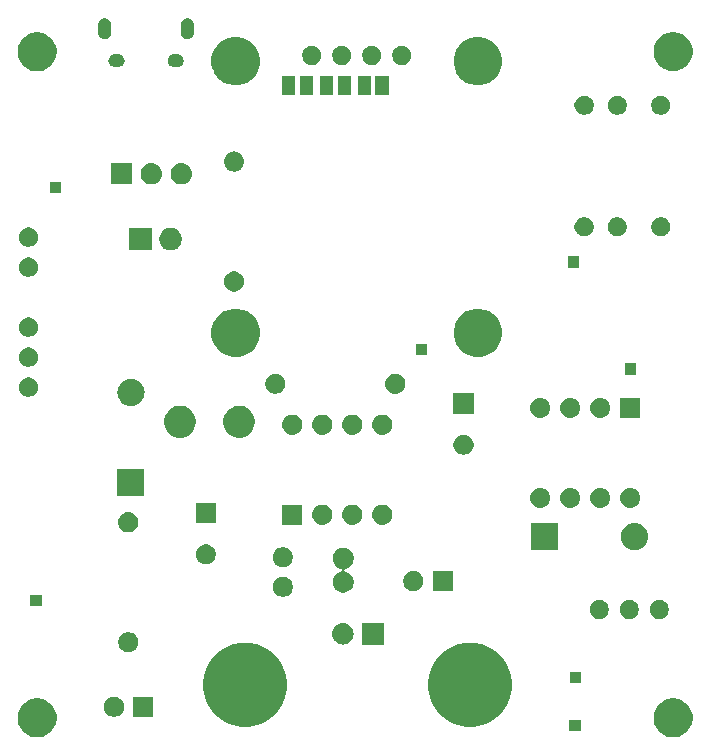
<source format=gbr>
G04 #@! TF.GenerationSoftware,KiCad,Pcbnew,(5.1.2-1)-1*
G04 #@! TF.CreationDate,2019-08-12T16:53:08-07:00*
G04 #@! TF.ProjectId,powersupply,706f7765-7273-4757-9070-6c792e6b6963,rev?*
G04 #@! TF.SameCoordinates,Original*
G04 #@! TF.FileFunction,Soldermask,Bot*
G04 #@! TF.FilePolarity,Negative*
%FSLAX46Y46*%
G04 Gerber Fmt 4.6, Leading zero omitted, Abs format (unit mm)*
G04 Created by KiCad (PCBNEW (5.1.2-1)-1) date 2019-08-12 16:53:08*
%MOMM*%
%LPD*%
G04 APERTURE LIST*
%ADD10C,0.100000*%
G04 APERTURE END LIST*
D10*
G36*
X86495256Y-86341298D02*
G01*
X86601579Y-86362447D01*
X86814037Y-86450450D01*
X86855248Y-86467520D01*
X86902042Y-86486903D01*
X87172451Y-86667585D01*
X87402415Y-86897549D01*
X87583097Y-87167958D01*
X87680716Y-87403630D01*
X87707553Y-87468422D01*
X87771000Y-87787389D01*
X87771000Y-88112611D01*
X87736340Y-88286856D01*
X87707553Y-88431579D01*
X87583097Y-88732042D01*
X87402415Y-89002451D01*
X87172451Y-89232415D01*
X86902042Y-89413097D01*
X86601579Y-89537553D01*
X86495256Y-89558702D01*
X86282611Y-89601000D01*
X85957389Y-89601000D01*
X85744744Y-89558702D01*
X85638421Y-89537553D01*
X85337958Y-89413097D01*
X85067549Y-89232415D01*
X84837585Y-89002451D01*
X84656903Y-88732042D01*
X84532447Y-88431579D01*
X84503660Y-88286856D01*
X84469000Y-88112611D01*
X84469000Y-87787389D01*
X84532447Y-87468422D01*
X84559285Y-87403630D01*
X84656903Y-87167958D01*
X84837585Y-86897549D01*
X85067549Y-86667585D01*
X85337958Y-86486903D01*
X85384753Y-86467520D01*
X85425963Y-86450450D01*
X85638421Y-86362447D01*
X85744744Y-86341298D01*
X85957389Y-86299000D01*
X86282611Y-86299000D01*
X86495256Y-86341298D01*
X86495256Y-86341298D01*
G37*
G36*
X32645256Y-86341298D02*
G01*
X32751579Y-86362447D01*
X32964037Y-86450450D01*
X33005248Y-86467520D01*
X33052042Y-86486903D01*
X33322451Y-86667585D01*
X33552415Y-86897549D01*
X33733097Y-87167958D01*
X33830716Y-87403630D01*
X33857553Y-87468422D01*
X33921000Y-87787389D01*
X33921000Y-88112611D01*
X33886340Y-88286856D01*
X33857553Y-88431579D01*
X33733097Y-88732042D01*
X33552415Y-89002451D01*
X33322451Y-89232415D01*
X33052042Y-89413097D01*
X32751579Y-89537553D01*
X32645256Y-89558702D01*
X32432611Y-89601000D01*
X32107389Y-89601000D01*
X31894744Y-89558702D01*
X31788421Y-89537553D01*
X31487958Y-89413097D01*
X31217549Y-89232415D01*
X30987585Y-89002451D01*
X30806903Y-88732042D01*
X30682447Y-88431579D01*
X30653660Y-88286856D01*
X30619000Y-88112611D01*
X30619000Y-87787389D01*
X30682447Y-87468422D01*
X30709285Y-87403630D01*
X30806903Y-87167958D01*
X30987585Y-86897549D01*
X31217549Y-86667585D01*
X31487958Y-86486903D01*
X31534753Y-86467520D01*
X31575963Y-86450450D01*
X31788421Y-86362447D01*
X31894744Y-86341298D01*
X32107389Y-86299000D01*
X32432611Y-86299000D01*
X32645256Y-86341298D01*
X32645256Y-86341298D01*
G37*
G36*
X78296000Y-89066000D02*
G01*
X77344000Y-89066000D01*
X77344000Y-88114000D01*
X78296000Y-88114000D01*
X78296000Y-89066000D01*
X78296000Y-89066000D01*
G37*
G36*
X69970787Y-81725462D02*
G01*
X69970790Y-81725463D01*
X69970789Y-81725463D01*
X70617029Y-81993144D01*
X71198631Y-82381758D01*
X71693242Y-82876369D01*
X72081856Y-83457971D01*
X72081856Y-83457972D01*
X72349538Y-84104213D01*
X72486000Y-84790256D01*
X72486000Y-85489744D01*
X72349538Y-86175787D01*
X72298501Y-86299000D01*
X72081856Y-86822029D01*
X71693242Y-87403631D01*
X71198631Y-87898242D01*
X70617029Y-88286856D01*
X70267636Y-88431579D01*
X69970787Y-88554538D01*
X69284744Y-88691000D01*
X68585256Y-88691000D01*
X67899213Y-88554538D01*
X67602364Y-88431579D01*
X67252971Y-88286856D01*
X66671369Y-87898242D01*
X66176758Y-87403631D01*
X65788144Y-86822029D01*
X65571499Y-86299000D01*
X65520462Y-86175787D01*
X65384000Y-85489744D01*
X65384000Y-84790256D01*
X65520462Y-84104213D01*
X65788144Y-83457972D01*
X65788144Y-83457971D01*
X66176758Y-82876369D01*
X66671369Y-82381758D01*
X67252971Y-81993144D01*
X67899211Y-81725463D01*
X67899210Y-81725463D01*
X67899213Y-81725462D01*
X68585256Y-81589000D01*
X69284744Y-81589000D01*
X69970787Y-81725462D01*
X69970787Y-81725462D01*
G37*
G36*
X50920787Y-81725462D02*
G01*
X50920790Y-81725463D01*
X50920789Y-81725463D01*
X51567029Y-81993144D01*
X52148631Y-82381758D01*
X52643242Y-82876369D01*
X53031856Y-83457971D01*
X53031856Y-83457972D01*
X53299538Y-84104213D01*
X53436000Y-84790256D01*
X53436000Y-85489744D01*
X53299538Y-86175787D01*
X53248501Y-86299000D01*
X53031856Y-86822029D01*
X52643242Y-87403631D01*
X52148631Y-87898242D01*
X51567029Y-88286856D01*
X51217636Y-88431579D01*
X50920787Y-88554538D01*
X50234744Y-88691000D01*
X49535256Y-88691000D01*
X48849213Y-88554538D01*
X48552364Y-88431579D01*
X48202971Y-88286856D01*
X47621369Y-87898242D01*
X47126758Y-87403631D01*
X46738144Y-86822029D01*
X46521499Y-86299000D01*
X46470462Y-86175787D01*
X46334000Y-85489744D01*
X46334000Y-84790256D01*
X46470462Y-84104213D01*
X46738144Y-83457972D01*
X46738144Y-83457971D01*
X47126758Y-82876369D01*
X47621369Y-82381758D01*
X48202971Y-81993144D01*
X48849211Y-81725463D01*
X48849210Y-81725463D01*
X48849213Y-81725462D01*
X49535256Y-81589000D01*
X50234744Y-81589000D01*
X50920787Y-81725462D01*
X50920787Y-81725462D01*
G37*
G36*
X42131000Y-87861000D02*
G01*
X40429000Y-87861000D01*
X40429000Y-86159000D01*
X42131000Y-86159000D01*
X42131000Y-87861000D01*
X42131000Y-87861000D01*
G37*
G36*
X39028228Y-86191703D02*
G01*
X39183100Y-86255853D01*
X39322481Y-86348985D01*
X39441015Y-86467519D01*
X39534147Y-86606900D01*
X39598297Y-86761772D01*
X39631000Y-86926184D01*
X39631000Y-87093816D01*
X39598297Y-87258228D01*
X39534147Y-87413100D01*
X39441015Y-87552481D01*
X39322481Y-87671015D01*
X39183100Y-87764147D01*
X39028228Y-87828297D01*
X38863816Y-87861000D01*
X38696184Y-87861000D01*
X38531772Y-87828297D01*
X38376900Y-87764147D01*
X38237519Y-87671015D01*
X38118985Y-87552481D01*
X38025853Y-87413100D01*
X37961703Y-87258228D01*
X37929000Y-87093816D01*
X37929000Y-86926184D01*
X37961703Y-86761772D01*
X38025853Y-86606900D01*
X38118985Y-86467519D01*
X38237519Y-86348985D01*
X38376900Y-86255853D01*
X38531772Y-86191703D01*
X38696184Y-86159000D01*
X38863816Y-86159000D01*
X39028228Y-86191703D01*
X39028228Y-86191703D01*
G37*
G36*
X78316000Y-85016000D02*
G01*
X77364000Y-85016000D01*
X77364000Y-84064000D01*
X78316000Y-84064000D01*
X78316000Y-85016000D01*
X78316000Y-85016000D01*
G37*
G36*
X40248228Y-80721703D02*
G01*
X40403100Y-80785853D01*
X40542481Y-80878985D01*
X40661015Y-80997519D01*
X40754147Y-81136900D01*
X40818297Y-81291772D01*
X40851000Y-81456184D01*
X40851000Y-81623816D01*
X40818297Y-81788228D01*
X40754147Y-81943100D01*
X40661015Y-82082481D01*
X40542481Y-82201015D01*
X40403100Y-82294147D01*
X40248228Y-82358297D01*
X40083816Y-82391000D01*
X39916184Y-82391000D01*
X39751772Y-82358297D01*
X39596900Y-82294147D01*
X39457519Y-82201015D01*
X39338985Y-82082481D01*
X39245853Y-81943100D01*
X39181703Y-81788228D01*
X39149000Y-81623816D01*
X39149000Y-81456184D01*
X39181703Y-81291772D01*
X39245853Y-81136900D01*
X39338985Y-80997519D01*
X39457519Y-80878985D01*
X39596900Y-80785853D01*
X39751772Y-80721703D01*
X39916184Y-80689000D01*
X40083816Y-80689000D01*
X40248228Y-80721703D01*
X40248228Y-80721703D01*
G37*
G36*
X61611000Y-81741000D02*
G01*
X59809000Y-81741000D01*
X59809000Y-79939000D01*
X61611000Y-79939000D01*
X61611000Y-81741000D01*
X61611000Y-81741000D01*
G37*
G36*
X58280443Y-79945519D02*
G01*
X58346627Y-79952037D01*
X58516466Y-80003557D01*
X58672991Y-80087222D01*
X58708729Y-80116552D01*
X58810186Y-80199814D01*
X58893448Y-80301271D01*
X58922778Y-80337009D01*
X59006443Y-80493534D01*
X59057963Y-80663373D01*
X59075359Y-80840000D01*
X59057963Y-81016627D01*
X59006443Y-81186466D01*
X58922778Y-81342991D01*
X58893448Y-81378729D01*
X58810186Y-81480186D01*
X58708729Y-81563448D01*
X58672991Y-81592778D01*
X58516466Y-81676443D01*
X58346627Y-81727963D01*
X58280442Y-81734482D01*
X58214260Y-81741000D01*
X58125740Y-81741000D01*
X58059558Y-81734482D01*
X57993373Y-81727963D01*
X57823534Y-81676443D01*
X57667009Y-81592778D01*
X57631271Y-81563448D01*
X57529814Y-81480186D01*
X57446552Y-81378729D01*
X57417222Y-81342991D01*
X57333557Y-81186466D01*
X57282037Y-81016627D01*
X57264641Y-80840000D01*
X57282037Y-80663373D01*
X57333557Y-80493534D01*
X57417222Y-80337009D01*
X57446552Y-80301271D01*
X57529814Y-80199814D01*
X57631271Y-80116552D01*
X57667009Y-80087222D01*
X57823534Y-80003557D01*
X57993373Y-79952037D01*
X58059557Y-79945519D01*
X58125740Y-79939000D01*
X58214260Y-79939000D01*
X58280443Y-79945519D01*
X58280443Y-79945519D01*
G37*
G36*
X80107142Y-77978242D02*
G01*
X80255101Y-78039529D01*
X80388255Y-78128499D01*
X80501501Y-78241745D01*
X80590471Y-78374899D01*
X80651758Y-78522858D01*
X80683000Y-78679925D01*
X80683000Y-78840075D01*
X80651758Y-78997142D01*
X80590471Y-79145101D01*
X80501501Y-79278255D01*
X80388255Y-79391501D01*
X80255101Y-79480471D01*
X80107142Y-79541758D01*
X79950075Y-79573000D01*
X79789925Y-79573000D01*
X79632858Y-79541758D01*
X79484899Y-79480471D01*
X79351745Y-79391501D01*
X79238499Y-79278255D01*
X79149529Y-79145101D01*
X79088242Y-78997142D01*
X79057000Y-78840075D01*
X79057000Y-78679925D01*
X79088242Y-78522858D01*
X79149529Y-78374899D01*
X79238499Y-78241745D01*
X79351745Y-78128499D01*
X79484899Y-78039529D01*
X79632858Y-77978242D01*
X79789925Y-77947000D01*
X79950075Y-77947000D01*
X80107142Y-77978242D01*
X80107142Y-77978242D01*
G37*
G36*
X82647142Y-77978242D02*
G01*
X82795101Y-78039529D01*
X82928255Y-78128499D01*
X83041501Y-78241745D01*
X83130471Y-78374899D01*
X83191758Y-78522858D01*
X83223000Y-78679925D01*
X83223000Y-78840075D01*
X83191758Y-78997142D01*
X83130471Y-79145101D01*
X83041501Y-79278255D01*
X82928255Y-79391501D01*
X82795101Y-79480471D01*
X82647142Y-79541758D01*
X82490075Y-79573000D01*
X82329925Y-79573000D01*
X82172858Y-79541758D01*
X82024899Y-79480471D01*
X81891745Y-79391501D01*
X81778499Y-79278255D01*
X81689529Y-79145101D01*
X81628242Y-78997142D01*
X81597000Y-78840075D01*
X81597000Y-78679925D01*
X81628242Y-78522858D01*
X81689529Y-78374899D01*
X81778499Y-78241745D01*
X81891745Y-78128499D01*
X82024899Y-78039529D01*
X82172858Y-77978242D01*
X82329925Y-77947000D01*
X82490075Y-77947000D01*
X82647142Y-77978242D01*
X82647142Y-77978242D01*
G37*
G36*
X85187142Y-77978242D02*
G01*
X85335101Y-78039529D01*
X85468255Y-78128499D01*
X85581501Y-78241745D01*
X85670471Y-78374899D01*
X85731758Y-78522858D01*
X85763000Y-78679925D01*
X85763000Y-78840075D01*
X85731758Y-78997142D01*
X85670471Y-79145101D01*
X85581501Y-79278255D01*
X85468255Y-79391501D01*
X85335101Y-79480471D01*
X85187142Y-79541758D01*
X85030075Y-79573000D01*
X84869925Y-79573000D01*
X84712858Y-79541758D01*
X84564899Y-79480471D01*
X84431745Y-79391501D01*
X84318499Y-79278255D01*
X84229529Y-79145101D01*
X84168242Y-78997142D01*
X84137000Y-78840075D01*
X84137000Y-78679925D01*
X84168242Y-78522858D01*
X84229529Y-78374899D01*
X84318499Y-78241745D01*
X84431745Y-78128499D01*
X84564899Y-78039529D01*
X84712858Y-77978242D01*
X84869925Y-77947000D01*
X85030075Y-77947000D01*
X85187142Y-77978242D01*
X85187142Y-77978242D01*
G37*
G36*
X32656000Y-78506000D02*
G01*
X31704000Y-78506000D01*
X31704000Y-77554000D01*
X32656000Y-77554000D01*
X32656000Y-78506000D01*
X32656000Y-78506000D01*
G37*
G36*
X53328228Y-76031703D02*
G01*
X53483100Y-76095853D01*
X53622481Y-76188985D01*
X53741015Y-76307519D01*
X53834147Y-76446900D01*
X53898297Y-76601772D01*
X53931000Y-76766184D01*
X53931000Y-76933816D01*
X53898297Y-77098228D01*
X53834147Y-77253100D01*
X53741015Y-77392481D01*
X53622481Y-77511015D01*
X53483100Y-77604147D01*
X53328228Y-77668297D01*
X53163816Y-77701000D01*
X52996184Y-77701000D01*
X52831772Y-77668297D01*
X52676900Y-77604147D01*
X52537519Y-77511015D01*
X52418985Y-77392481D01*
X52325853Y-77253100D01*
X52261703Y-77098228D01*
X52229000Y-76933816D01*
X52229000Y-76766184D01*
X52261703Y-76601772D01*
X52325853Y-76446900D01*
X52418985Y-76307519D01*
X52537519Y-76188985D01*
X52676900Y-76095853D01*
X52831772Y-76031703D01*
X52996184Y-75999000D01*
X53163816Y-75999000D01*
X53328228Y-76031703D01*
X53328228Y-76031703D01*
G37*
G36*
X58303512Y-73543927D02*
G01*
X58452812Y-73573624D01*
X58616784Y-73641544D01*
X58764354Y-73740147D01*
X58889853Y-73865646D01*
X58988456Y-74013216D01*
X59056376Y-74177188D01*
X59091000Y-74351259D01*
X59091000Y-74528741D01*
X59056376Y-74702812D01*
X58988456Y-74866784D01*
X58889853Y-75014354D01*
X58764354Y-75139853D01*
X58616784Y-75238456D01*
X58452812Y-75306376D01*
X58397362Y-75317405D01*
X58373922Y-75324516D01*
X58352311Y-75336067D01*
X58333369Y-75351613D01*
X58317824Y-75370555D01*
X58306273Y-75392165D01*
X58299160Y-75415614D01*
X58296758Y-75440000D01*
X58299160Y-75464387D01*
X58306273Y-75487835D01*
X58317824Y-75509446D01*
X58333370Y-75528388D01*
X58352312Y-75543933D01*
X58373922Y-75555484D01*
X58397362Y-75562595D01*
X58452812Y-75573624D01*
X58616784Y-75641544D01*
X58764354Y-75740147D01*
X58889853Y-75865646D01*
X58988456Y-76013216D01*
X59056376Y-76177188D01*
X59091000Y-76351259D01*
X59091000Y-76528741D01*
X59056376Y-76702812D01*
X58988456Y-76866784D01*
X58889853Y-77014354D01*
X58764354Y-77139853D01*
X58616784Y-77238456D01*
X58452812Y-77306376D01*
X58303512Y-77336073D01*
X58278742Y-77341000D01*
X58101258Y-77341000D01*
X58076488Y-77336073D01*
X57927188Y-77306376D01*
X57763216Y-77238456D01*
X57615646Y-77139853D01*
X57490147Y-77014354D01*
X57391544Y-76866784D01*
X57323624Y-76702812D01*
X57289000Y-76528741D01*
X57289000Y-76351259D01*
X57323624Y-76177188D01*
X57391544Y-76013216D01*
X57490147Y-75865646D01*
X57615646Y-75740147D01*
X57763216Y-75641544D01*
X57927188Y-75573624D01*
X57982638Y-75562595D01*
X58006078Y-75555484D01*
X58027689Y-75543933D01*
X58046631Y-75528387D01*
X58062176Y-75509445D01*
X58073727Y-75487835D01*
X58080840Y-75464386D01*
X58083242Y-75440000D01*
X58080840Y-75415613D01*
X58073727Y-75392165D01*
X58062176Y-75370554D01*
X58046630Y-75351612D01*
X58027688Y-75336067D01*
X58006078Y-75324516D01*
X57982638Y-75317405D01*
X57927188Y-75306376D01*
X57763216Y-75238456D01*
X57615646Y-75139853D01*
X57490147Y-75014354D01*
X57391544Y-74866784D01*
X57323624Y-74702812D01*
X57289000Y-74528741D01*
X57289000Y-74351259D01*
X57323624Y-74177188D01*
X57391544Y-74013216D01*
X57490147Y-73865646D01*
X57615646Y-73740147D01*
X57763216Y-73641544D01*
X57927188Y-73573624D01*
X58076488Y-73543927D01*
X58101258Y-73539000D01*
X58278742Y-73539000D01*
X58303512Y-73543927D01*
X58303512Y-73543927D01*
G37*
G36*
X64378228Y-75541703D02*
G01*
X64533100Y-75605853D01*
X64672481Y-75698985D01*
X64791015Y-75817519D01*
X64884147Y-75956900D01*
X64948297Y-76111772D01*
X64981000Y-76276184D01*
X64981000Y-76443816D01*
X64948297Y-76608228D01*
X64884147Y-76763100D01*
X64791015Y-76902481D01*
X64672481Y-77021015D01*
X64533100Y-77114147D01*
X64378228Y-77178297D01*
X64213816Y-77211000D01*
X64046184Y-77211000D01*
X63881772Y-77178297D01*
X63726900Y-77114147D01*
X63587519Y-77021015D01*
X63468985Y-76902481D01*
X63375853Y-76763100D01*
X63311703Y-76608228D01*
X63279000Y-76443816D01*
X63279000Y-76276184D01*
X63311703Y-76111772D01*
X63375853Y-75956900D01*
X63468985Y-75817519D01*
X63587519Y-75698985D01*
X63726900Y-75605853D01*
X63881772Y-75541703D01*
X64046184Y-75509000D01*
X64213816Y-75509000D01*
X64378228Y-75541703D01*
X64378228Y-75541703D01*
G37*
G36*
X67481000Y-77211000D02*
G01*
X65779000Y-77211000D01*
X65779000Y-75509000D01*
X67481000Y-75509000D01*
X67481000Y-77211000D01*
X67481000Y-77211000D01*
G37*
G36*
X53328228Y-73531703D02*
G01*
X53483100Y-73595853D01*
X53622481Y-73688985D01*
X53741015Y-73807519D01*
X53834147Y-73946900D01*
X53898297Y-74101772D01*
X53931000Y-74266184D01*
X53931000Y-74433816D01*
X53898297Y-74598228D01*
X53834147Y-74753100D01*
X53741015Y-74892481D01*
X53622481Y-75011015D01*
X53483100Y-75104147D01*
X53328228Y-75168297D01*
X53163816Y-75201000D01*
X52996184Y-75201000D01*
X52831772Y-75168297D01*
X52676900Y-75104147D01*
X52537519Y-75011015D01*
X52418985Y-74892481D01*
X52325853Y-74753100D01*
X52261703Y-74598228D01*
X52229000Y-74433816D01*
X52229000Y-74266184D01*
X52261703Y-74101772D01*
X52325853Y-73946900D01*
X52418985Y-73807519D01*
X52537519Y-73688985D01*
X52676900Y-73595853D01*
X52831772Y-73531703D01*
X52996184Y-73499000D01*
X53163816Y-73499000D01*
X53328228Y-73531703D01*
X53328228Y-73531703D01*
G37*
G36*
X46808228Y-73291703D02*
G01*
X46963100Y-73355853D01*
X47102481Y-73448985D01*
X47221015Y-73567519D01*
X47314147Y-73706900D01*
X47378297Y-73861772D01*
X47411000Y-74026184D01*
X47411000Y-74193816D01*
X47378297Y-74358228D01*
X47314147Y-74513100D01*
X47221015Y-74652481D01*
X47102481Y-74771015D01*
X46963100Y-74864147D01*
X46808228Y-74928297D01*
X46643816Y-74961000D01*
X46476184Y-74961000D01*
X46311772Y-74928297D01*
X46156900Y-74864147D01*
X46017519Y-74771015D01*
X45898985Y-74652481D01*
X45805853Y-74513100D01*
X45741703Y-74358228D01*
X45709000Y-74193816D01*
X45709000Y-74026184D01*
X45741703Y-73861772D01*
X45805853Y-73706900D01*
X45898985Y-73567519D01*
X46017519Y-73448985D01*
X46156900Y-73355853D01*
X46311772Y-73291703D01*
X46476184Y-73259000D01*
X46643816Y-73259000D01*
X46808228Y-73291703D01*
X46808228Y-73291703D01*
G37*
G36*
X76371000Y-73741000D02*
G01*
X74069000Y-73741000D01*
X74069000Y-71439000D01*
X76371000Y-71439000D01*
X76371000Y-73741000D01*
X76371000Y-73741000D01*
G37*
G36*
X83009271Y-71450103D02*
G01*
X83065635Y-71455654D01*
X83282600Y-71521470D01*
X83282602Y-71521471D01*
X83482555Y-71628347D01*
X83657818Y-71772182D01*
X83801653Y-71947445D01*
X83908529Y-72147398D01*
X83908530Y-72147400D01*
X83933890Y-72231000D01*
X83974346Y-72364366D01*
X83996569Y-72590000D01*
X83974346Y-72815634D01*
X83908529Y-73032602D01*
X83801653Y-73232555D01*
X83657818Y-73407818D01*
X83482555Y-73551653D01*
X83314379Y-73641544D01*
X83282600Y-73658530D01*
X83065635Y-73724346D01*
X83009271Y-73729897D01*
X82896545Y-73741000D01*
X82783455Y-73741000D01*
X82670729Y-73729897D01*
X82614365Y-73724346D01*
X82397400Y-73658530D01*
X82365621Y-73641544D01*
X82197445Y-73551653D01*
X82022182Y-73407818D01*
X81878347Y-73232555D01*
X81771471Y-73032602D01*
X81705654Y-72815634D01*
X81683431Y-72590000D01*
X81705654Y-72364366D01*
X81746110Y-72231000D01*
X81771470Y-72147400D01*
X81771471Y-72147398D01*
X81878347Y-71947445D01*
X82022182Y-71772182D01*
X82197445Y-71628347D01*
X82397398Y-71521471D01*
X82397400Y-71521470D01*
X82614365Y-71455654D01*
X82670729Y-71450103D01*
X82783455Y-71439000D01*
X82896545Y-71439000D01*
X83009271Y-71450103D01*
X83009271Y-71450103D01*
G37*
G36*
X40166823Y-70541313D02*
G01*
X40327242Y-70589976D01*
X40459906Y-70660886D01*
X40475078Y-70668996D01*
X40604659Y-70775341D01*
X40711004Y-70904922D01*
X40711005Y-70904924D01*
X40790024Y-71052758D01*
X40838687Y-71213177D01*
X40855117Y-71380000D01*
X40838687Y-71546823D01*
X40790024Y-71707242D01*
X40755313Y-71772182D01*
X40711004Y-71855078D01*
X40604659Y-71984659D01*
X40475078Y-72091004D01*
X40475076Y-72091005D01*
X40327242Y-72170024D01*
X40166823Y-72218687D01*
X40041804Y-72231000D01*
X39958196Y-72231000D01*
X39833177Y-72218687D01*
X39672758Y-72170024D01*
X39524924Y-72091005D01*
X39524922Y-72091004D01*
X39395341Y-71984659D01*
X39288996Y-71855078D01*
X39244687Y-71772182D01*
X39209976Y-71707242D01*
X39161313Y-71546823D01*
X39144883Y-71380000D01*
X39161313Y-71213177D01*
X39209976Y-71052758D01*
X39288995Y-70904924D01*
X39288996Y-70904922D01*
X39395341Y-70775341D01*
X39524922Y-70668996D01*
X39540094Y-70660886D01*
X39672758Y-70589976D01*
X39833177Y-70541313D01*
X39958196Y-70529000D01*
X40041804Y-70529000D01*
X40166823Y-70541313D01*
X40166823Y-70541313D01*
G37*
G36*
X54731000Y-71591000D02*
G01*
X53029000Y-71591000D01*
X53029000Y-69889000D01*
X54731000Y-69889000D01*
X54731000Y-71591000D01*
X54731000Y-71591000D01*
G37*
G36*
X56586823Y-69901313D02*
G01*
X56747242Y-69949976D01*
X56879906Y-70020886D01*
X56895078Y-70028996D01*
X57024659Y-70135341D01*
X57131004Y-70264922D01*
X57131005Y-70264924D01*
X57210024Y-70412758D01*
X57258687Y-70573177D01*
X57275117Y-70740000D01*
X57258687Y-70906823D01*
X57210024Y-71067242D01*
X57139114Y-71199906D01*
X57131004Y-71215078D01*
X57024659Y-71344659D01*
X56895078Y-71451004D01*
X56895076Y-71451005D01*
X56747242Y-71530024D01*
X56586823Y-71578687D01*
X56461804Y-71591000D01*
X56378196Y-71591000D01*
X56253177Y-71578687D01*
X56092758Y-71530024D01*
X55944924Y-71451005D01*
X55944922Y-71451004D01*
X55815341Y-71344659D01*
X55708996Y-71215078D01*
X55700886Y-71199906D01*
X55629976Y-71067242D01*
X55581313Y-70906823D01*
X55564883Y-70740000D01*
X55581313Y-70573177D01*
X55629976Y-70412758D01*
X55708995Y-70264924D01*
X55708996Y-70264922D01*
X55815341Y-70135341D01*
X55944922Y-70028996D01*
X55960094Y-70020886D01*
X56092758Y-69949976D01*
X56253177Y-69901313D01*
X56378196Y-69889000D01*
X56461804Y-69889000D01*
X56586823Y-69901313D01*
X56586823Y-69901313D01*
G37*
G36*
X59126823Y-69901313D02*
G01*
X59287242Y-69949976D01*
X59419906Y-70020886D01*
X59435078Y-70028996D01*
X59564659Y-70135341D01*
X59671004Y-70264922D01*
X59671005Y-70264924D01*
X59750024Y-70412758D01*
X59798687Y-70573177D01*
X59815117Y-70740000D01*
X59798687Y-70906823D01*
X59750024Y-71067242D01*
X59679114Y-71199906D01*
X59671004Y-71215078D01*
X59564659Y-71344659D01*
X59435078Y-71451004D01*
X59435076Y-71451005D01*
X59287242Y-71530024D01*
X59126823Y-71578687D01*
X59001804Y-71591000D01*
X58918196Y-71591000D01*
X58793177Y-71578687D01*
X58632758Y-71530024D01*
X58484924Y-71451005D01*
X58484922Y-71451004D01*
X58355341Y-71344659D01*
X58248996Y-71215078D01*
X58240886Y-71199906D01*
X58169976Y-71067242D01*
X58121313Y-70906823D01*
X58104883Y-70740000D01*
X58121313Y-70573177D01*
X58169976Y-70412758D01*
X58248995Y-70264924D01*
X58248996Y-70264922D01*
X58355341Y-70135341D01*
X58484922Y-70028996D01*
X58500094Y-70020886D01*
X58632758Y-69949976D01*
X58793177Y-69901313D01*
X58918196Y-69889000D01*
X59001804Y-69889000D01*
X59126823Y-69901313D01*
X59126823Y-69901313D01*
G37*
G36*
X61666823Y-69901313D02*
G01*
X61827242Y-69949976D01*
X61959906Y-70020886D01*
X61975078Y-70028996D01*
X62104659Y-70135341D01*
X62211004Y-70264922D01*
X62211005Y-70264924D01*
X62290024Y-70412758D01*
X62338687Y-70573177D01*
X62355117Y-70740000D01*
X62338687Y-70906823D01*
X62290024Y-71067242D01*
X62219114Y-71199906D01*
X62211004Y-71215078D01*
X62104659Y-71344659D01*
X61975078Y-71451004D01*
X61975076Y-71451005D01*
X61827242Y-71530024D01*
X61666823Y-71578687D01*
X61541804Y-71591000D01*
X61458196Y-71591000D01*
X61333177Y-71578687D01*
X61172758Y-71530024D01*
X61024924Y-71451005D01*
X61024922Y-71451004D01*
X60895341Y-71344659D01*
X60788996Y-71215078D01*
X60780886Y-71199906D01*
X60709976Y-71067242D01*
X60661313Y-70906823D01*
X60644883Y-70740000D01*
X60661313Y-70573177D01*
X60709976Y-70412758D01*
X60788995Y-70264924D01*
X60788996Y-70264922D01*
X60895341Y-70135341D01*
X61024922Y-70028996D01*
X61040094Y-70020886D01*
X61172758Y-69949976D01*
X61333177Y-69901313D01*
X61458196Y-69889000D01*
X61541804Y-69889000D01*
X61666823Y-69901313D01*
X61666823Y-69901313D01*
G37*
G36*
X47411000Y-71461000D02*
G01*
X45709000Y-71461000D01*
X45709000Y-69759000D01*
X47411000Y-69759000D01*
X47411000Y-71461000D01*
X47411000Y-71461000D01*
G37*
G36*
X75036823Y-68481313D02*
G01*
X75197242Y-68529976D01*
X75329906Y-68600886D01*
X75345078Y-68608996D01*
X75474659Y-68715341D01*
X75581004Y-68844922D01*
X75581005Y-68844924D01*
X75660024Y-68992758D01*
X75708687Y-69153177D01*
X75725117Y-69320000D01*
X75708687Y-69486823D01*
X75660024Y-69647242D01*
X75600288Y-69759000D01*
X75581004Y-69795078D01*
X75474659Y-69924659D01*
X75345078Y-70031004D01*
X75345076Y-70031005D01*
X75197242Y-70110024D01*
X75036823Y-70158687D01*
X74911804Y-70171000D01*
X74828196Y-70171000D01*
X74703177Y-70158687D01*
X74542758Y-70110024D01*
X74394924Y-70031005D01*
X74394922Y-70031004D01*
X74265341Y-69924659D01*
X74158996Y-69795078D01*
X74139712Y-69759000D01*
X74079976Y-69647242D01*
X74031313Y-69486823D01*
X74014883Y-69320000D01*
X74031313Y-69153177D01*
X74079976Y-68992758D01*
X74158995Y-68844924D01*
X74158996Y-68844922D01*
X74265341Y-68715341D01*
X74394922Y-68608996D01*
X74410094Y-68600886D01*
X74542758Y-68529976D01*
X74703177Y-68481313D01*
X74828196Y-68469000D01*
X74911804Y-68469000D01*
X75036823Y-68481313D01*
X75036823Y-68481313D01*
G37*
G36*
X77576823Y-68481313D02*
G01*
X77737242Y-68529976D01*
X77869906Y-68600886D01*
X77885078Y-68608996D01*
X78014659Y-68715341D01*
X78121004Y-68844922D01*
X78121005Y-68844924D01*
X78200024Y-68992758D01*
X78248687Y-69153177D01*
X78265117Y-69320000D01*
X78248687Y-69486823D01*
X78200024Y-69647242D01*
X78140288Y-69759000D01*
X78121004Y-69795078D01*
X78014659Y-69924659D01*
X77885078Y-70031004D01*
X77885076Y-70031005D01*
X77737242Y-70110024D01*
X77576823Y-70158687D01*
X77451804Y-70171000D01*
X77368196Y-70171000D01*
X77243177Y-70158687D01*
X77082758Y-70110024D01*
X76934924Y-70031005D01*
X76934922Y-70031004D01*
X76805341Y-69924659D01*
X76698996Y-69795078D01*
X76679712Y-69759000D01*
X76619976Y-69647242D01*
X76571313Y-69486823D01*
X76554883Y-69320000D01*
X76571313Y-69153177D01*
X76619976Y-68992758D01*
X76698995Y-68844924D01*
X76698996Y-68844922D01*
X76805341Y-68715341D01*
X76934922Y-68608996D01*
X76950094Y-68600886D01*
X77082758Y-68529976D01*
X77243177Y-68481313D01*
X77368196Y-68469000D01*
X77451804Y-68469000D01*
X77576823Y-68481313D01*
X77576823Y-68481313D01*
G37*
G36*
X80116823Y-68481313D02*
G01*
X80277242Y-68529976D01*
X80409906Y-68600886D01*
X80425078Y-68608996D01*
X80554659Y-68715341D01*
X80661004Y-68844922D01*
X80661005Y-68844924D01*
X80740024Y-68992758D01*
X80788687Y-69153177D01*
X80805117Y-69320000D01*
X80788687Y-69486823D01*
X80740024Y-69647242D01*
X80680288Y-69759000D01*
X80661004Y-69795078D01*
X80554659Y-69924659D01*
X80425078Y-70031004D01*
X80425076Y-70031005D01*
X80277242Y-70110024D01*
X80116823Y-70158687D01*
X79991804Y-70171000D01*
X79908196Y-70171000D01*
X79783177Y-70158687D01*
X79622758Y-70110024D01*
X79474924Y-70031005D01*
X79474922Y-70031004D01*
X79345341Y-69924659D01*
X79238996Y-69795078D01*
X79219712Y-69759000D01*
X79159976Y-69647242D01*
X79111313Y-69486823D01*
X79094883Y-69320000D01*
X79111313Y-69153177D01*
X79159976Y-68992758D01*
X79238995Y-68844924D01*
X79238996Y-68844922D01*
X79345341Y-68715341D01*
X79474922Y-68608996D01*
X79490094Y-68600886D01*
X79622758Y-68529976D01*
X79783177Y-68481313D01*
X79908196Y-68469000D01*
X79991804Y-68469000D01*
X80116823Y-68481313D01*
X80116823Y-68481313D01*
G37*
G36*
X82656823Y-68481313D02*
G01*
X82817242Y-68529976D01*
X82949906Y-68600886D01*
X82965078Y-68608996D01*
X83094659Y-68715341D01*
X83201004Y-68844922D01*
X83201005Y-68844924D01*
X83280024Y-68992758D01*
X83328687Y-69153177D01*
X83345117Y-69320000D01*
X83328687Y-69486823D01*
X83280024Y-69647242D01*
X83220288Y-69759000D01*
X83201004Y-69795078D01*
X83094659Y-69924659D01*
X82965078Y-70031004D01*
X82965076Y-70031005D01*
X82817242Y-70110024D01*
X82656823Y-70158687D01*
X82531804Y-70171000D01*
X82448196Y-70171000D01*
X82323177Y-70158687D01*
X82162758Y-70110024D01*
X82014924Y-70031005D01*
X82014922Y-70031004D01*
X81885341Y-69924659D01*
X81778996Y-69795078D01*
X81759712Y-69759000D01*
X81699976Y-69647242D01*
X81651313Y-69486823D01*
X81634883Y-69320000D01*
X81651313Y-69153177D01*
X81699976Y-68992758D01*
X81778995Y-68844924D01*
X81778996Y-68844922D01*
X81885341Y-68715341D01*
X82014922Y-68608996D01*
X82030094Y-68600886D01*
X82162758Y-68529976D01*
X82323177Y-68481313D01*
X82448196Y-68469000D01*
X82531804Y-68469000D01*
X82656823Y-68481313D01*
X82656823Y-68481313D01*
G37*
G36*
X41371000Y-69151000D02*
G01*
X39069000Y-69151000D01*
X39069000Y-66849000D01*
X41371000Y-66849000D01*
X41371000Y-69151000D01*
X41371000Y-69151000D01*
G37*
G36*
X68628228Y-64011703D02*
G01*
X68783100Y-64075853D01*
X68922481Y-64168985D01*
X69041015Y-64287519D01*
X69134147Y-64426900D01*
X69198297Y-64581772D01*
X69231000Y-64746184D01*
X69231000Y-64913816D01*
X69198297Y-65078228D01*
X69134147Y-65233100D01*
X69041015Y-65372481D01*
X68922481Y-65491015D01*
X68783100Y-65584147D01*
X68628228Y-65648297D01*
X68463816Y-65681000D01*
X68296184Y-65681000D01*
X68131772Y-65648297D01*
X67976900Y-65584147D01*
X67837519Y-65491015D01*
X67718985Y-65372481D01*
X67625853Y-65233100D01*
X67561703Y-65078228D01*
X67529000Y-64913816D01*
X67529000Y-64746184D01*
X67561703Y-64581772D01*
X67625853Y-64426900D01*
X67718985Y-64287519D01*
X67837519Y-64168985D01*
X67976900Y-64075853D01*
X68131772Y-64011703D01*
X68296184Y-63979000D01*
X68463816Y-63979000D01*
X68628228Y-64011703D01*
X68628228Y-64011703D01*
G37*
G36*
X49584325Y-61533175D02*
G01*
X49774072Y-61570918D01*
X50019939Y-61672759D01*
X50241212Y-61820610D01*
X50429390Y-62008788D01*
X50577241Y-62230061D01*
X50679082Y-62475928D01*
X50731000Y-62736938D01*
X50731000Y-63003062D01*
X50679082Y-63264072D01*
X50577241Y-63509939D01*
X50502813Y-63621328D01*
X50429391Y-63731211D01*
X50241211Y-63919391D01*
X50163973Y-63971000D01*
X50019939Y-64067241D01*
X50019938Y-64067242D01*
X50019937Y-64067242D01*
X49774072Y-64169082D01*
X49513063Y-64221000D01*
X49246937Y-64221000D01*
X48985928Y-64169082D01*
X48740063Y-64067242D01*
X48740062Y-64067242D01*
X48740061Y-64067241D01*
X48596027Y-63971000D01*
X48518789Y-63919391D01*
X48330609Y-63731211D01*
X48257187Y-63621328D01*
X48182759Y-63509939D01*
X48080918Y-63264072D01*
X48029000Y-63003062D01*
X48029000Y-62736938D01*
X48080918Y-62475928D01*
X48182759Y-62230061D01*
X48330610Y-62008788D01*
X48518788Y-61820610D01*
X48740061Y-61672759D01*
X48985928Y-61570918D01*
X49175675Y-61533175D01*
X49246937Y-61519000D01*
X49513063Y-61519000D01*
X49584325Y-61533175D01*
X49584325Y-61533175D01*
G37*
G36*
X44584325Y-61533175D02*
G01*
X44774072Y-61570918D01*
X45019939Y-61672759D01*
X45241212Y-61820610D01*
X45429390Y-62008788D01*
X45577241Y-62230061D01*
X45679082Y-62475928D01*
X45731000Y-62736938D01*
X45731000Y-63003062D01*
X45679082Y-63264072D01*
X45577241Y-63509939D01*
X45502813Y-63621328D01*
X45429391Y-63731211D01*
X45241211Y-63919391D01*
X45163973Y-63971000D01*
X45019939Y-64067241D01*
X45019938Y-64067242D01*
X45019937Y-64067242D01*
X44774072Y-64169082D01*
X44513063Y-64221000D01*
X44246937Y-64221000D01*
X43985928Y-64169082D01*
X43740063Y-64067242D01*
X43740062Y-64067242D01*
X43740061Y-64067241D01*
X43596027Y-63971000D01*
X43518789Y-63919391D01*
X43330609Y-63731211D01*
X43257187Y-63621328D01*
X43182759Y-63509939D01*
X43080918Y-63264072D01*
X43029000Y-63003062D01*
X43029000Y-62736938D01*
X43080918Y-62475928D01*
X43182759Y-62230061D01*
X43330610Y-62008788D01*
X43518788Y-61820610D01*
X43740061Y-61672759D01*
X43985928Y-61570918D01*
X44175675Y-61533175D01*
X44246937Y-61519000D01*
X44513063Y-61519000D01*
X44584325Y-61533175D01*
X44584325Y-61533175D01*
G37*
G36*
X54046823Y-62281313D02*
G01*
X54207242Y-62329976D01*
X54339906Y-62400886D01*
X54355078Y-62408996D01*
X54484659Y-62515341D01*
X54591004Y-62644922D01*
X54591005Y-62644924D01*
X54670024Y-62792758D01*
X54718687Y-62953177D01*
X54735117Y-63120000D01*
X54718687Y-63286823D01*
X54670024Y-63447242D01*
X54599114Y-63579906D01*
X54591004Y-63595078D01*
X54484659Y-63724659D01*
X54355078Y-63831004D01*
X54355076Y-63831005D01*
X54207242Y-63910024D01*
X54046823Y-63958687D01*
X53921804Y-63971000D01*
X53838196Y-63971000D01*
X53713177Y-63958687D01*
X53552758Y-63910024D01*
X53404924Y-63831005D01*
X53404922Y-63831004D01*
X53275341Y-63724659D01*
X53168996Y-63595078D01*
X53160886Y-63579906D01*
X53089976Y-63447242D01*
X53041313Y-63286823D01*
X53024883Y-63120000D01*
X53041313Y-62953177D01*
X53089976Y-62792758D01*
X53168995Y-62644924D01*
X53168996Y-62644922D01*
X53275341Y-62515341D01*
X53404922Y-62408996D01*
X53420094Y-62400886D01*
X53552758Y-62329976D01*
X53713177Y-62281313D01*
X53838196Y-62269000D01*
X53921804Y-62269000D01*
X54046823Y-62281313D01*
X54046823Y-62281313D01*
G37*
G36*
X61666823Y-62281313D02*
G01*
X61827242Y-62329976D01*
X61959906Y-62400886D01*
X61975078Y-62408996D01*
X62104659Y-62515341D01*
X62211004Y-62644922D01*
X62211005Y-62644924D01*
X62290024Y-62792758D01*
X62338687Y-62953177D01*
X62355117Y-63120000D01*
X62338687Y-63286823D01*
X62290024Y-63447242D01*
X62219114Y-63579906D01*
X62211004Y-63595078D01*
X62104659Y-63724659D01*
X61975078Y-63831004D01*
X61975076Y-63831005D01*
X61827242Y-63910024D01*
X61666823Y-63958687D01*
X61541804Y-63971000D01*
X61458196Y-63971000D01*
X61333177Y-63958687D01*
X61172758Y-63910024D01*
X61024924Y-63831005D01*
X61024922Y-63831004D01*
X60895341Y-63724659D01*
X60788996Y-63595078D01*
X60780886Y-63579906D01*
X60709976Y-63447242D01*
X60661313Y-63286823D01*
X60644883Y-63120000D01*
X60661313Y-62953177D01*
X60709976Y-62792758D01*
X60788995Y-62644924D01*
X60788996Y-62644922D01*
X60895341Y-62515341D01*
X61024922Y-62408996D01*
X61040094Y-62400886D01*
X61172758Y-62329976D01*
X61333177Y-62281313D01*
X61458196Y-62269000D01*
X61541804Y-62269000D01*
X61666823Y-62281313D01*
X61666823Y-62281313D01*
G37*
G36*
X59126823Y-62281313D02*
G01*
X59287242Y-62329976D01*
X59419906Y-62400886D01*
X59435078Y-62408996D01*
X59564659Y-62515341D01*
X59671004Y-62644922D01*
X59671005Y-62644924D01*
X59750024Y-62792758D01*
X59798687Y-62953177D01*
X59815117Y-63120000D01*
X59798687Y-63286823D01*
X59750024Y-63447242D01*
X59679114Y-63579906D01*
X59671004Y-63595078D01*
X59564659Y-63724659D01*
X59435078Y-63831004D01*
X59435076Y-63831005D01*
X59287242Y-63910024D01*
X59126823Y-63958687D01*
X59001804Y-63971000D01*
X58918196Y-63971000D01*
X58793177Y-63958687D01*
X58632758Y-63910024D01*
X58484924Y-63831005D01*
X58484922Y-63831004D01*
X58355341Y-63724659D01*
X58248996Y-63595078D01*
X58240886Y-63579906D01*
X58169976Y-63447242D01*
X58121313Y-63286823D01*
X58104883Y-63120000D01*
X58121313Y-62953177D01*
X58169976Y-62792758D01*
X58248995Y-62644924D01*
X58248996Y-62644922D01*
X58355341Y-62515341D01*
X58484922Y-62408996D01*
X58500094Y-62400886D01*
X58632758Y-62329976D01*
X58793177Y-62281313D01*
X58918196Y-62269000D01*
X59001804Y-62269000D01*
X59126823Y-62281313D01*
X59126823Y-62281313D01*
G37*
G36*
X56586823Y-62281313D02*
G01*
X56747242Y-62329976D01*
X56879906Y-62400886D01*
X56895078Y-62408996D01*
X57024659Y-62515341D01*
X57131004Y-62644922D01*
X57131005Y-62644924D01*
X57210024Y-62792758D01*
X57258687Y-62953177D01*
X57275117Y-63120000D01*
X57258687Y-63286823D01*
X57210024Y-63447242D01*
X57139114Y-63579906D01*
X57131004Y-63595078D01*
X57024659Y-63724659D01*
X56895078Y-63831004D01*
X56895076Y-63831005D01*
X56747242Y-63910024D01*
X56586823Y-63958687D01*
X56461804Y-63971000D01*
X56378196Y-63971000D01*
X56253177Y-63958687D01*
X56092758Y-63910024D01*
X55944924Y-63831005D01*
X55944922Y-63831004D01*
X55815341Y-63724659D01*
X55708996Y-63595078D01*
X55700886Y-63579906D01*
X55629976Y-63447242D01*
X55581313Y-63286823D01*
X55564883Y-63120000D01*
X55581313Y-62953177D01*
X55629976Y-62792758D01*
X55708995Y-62644924D01*
X55708996Y-62644922D01*
X55815341Y-62515341D01*
X55944922Y-62408996D01*
X55960094Y-62400886D01*
X56092758Y-62329976D01*
X56253177Y-62281313D01*
X56378196Y-62269000D01*
X56461804Y-62269000D01*
X56586823Y-62281313D01*
X56586823Y-62281313D01*
G37*
G36*
X83341000Y-62551000D02*
G01*
X81639000Y-62551000D01*
X81639000Y-60849000D01*
X83341000Y-60849000D01*
X83341000Y-62551000D01*
X83341000Y-62551000D01*
G37*
G36*
X80116823Y-60861313D02*
G01*
X80277242Y-60909976D01*
X80409906Y-60980886D01*
X80425078Y-60988996D01*
X80554659Y-61095341D01*
X80661004Y-61224922D01*
X80661005Y-61224924D01*
X80740024Y-61372758D01*
X80788687Y-61533177D01*
X80805117Y-61700000D01*
X80788687Y-61866823D01*
X80740024Y-62027242D01*
X80669114Y-62159906D01*
X80661004Y-62175078D01*
X80554659Y-62304659D01*
X80425078Y-62411004D01*
X80425076Y-62411005D01*
X80277242Y-62490024D01*
X80116823Y-62538687D01*
X79991804Y-62551000D01*
X79908196Y-62551000D01*
X79783177Y-62538687D01*
X79622758Y-62490024D01*
X79474924Y-62411005D01*
X79474922Y-62411004D01*
X79345341Y-62304659D01*
X79238996Y-62175078D01*
X79230886Y-62159906D01*
X79159976Y-62027242D01*
X79111313Y-61866823D01*
X79094883Y-61700000D01*
X79111313Y-61533177D01*
X79159976Y-61372758D01*
X79238995Y-61224924D01*
X79238996Y-61224922D01*
X79345341Y-61095341D01*
X79474922Y-60988996D01*
X79490094Y-60980886D01*
X79622758Y-60909976D01*
X79783177Y-60861313D01*
X79908196Y-60849000D01*
X79991804Y-60849000D01*
X80116823Y-60861313D01*
X80116823Y-60861313D01*
G37*
G36*
X75036823Y-60861313D02*
G01*
X75197242Y-60909976D01*
X75329906Y-60980886D01*
X75345078Y-60988996D01*
X75474659Y-61095341D01*
X75581004Y-61224922D01*
X75581005Y-61224924D01*
X75660024Y-61372758D01*
X75708687Y-61533177D01*
X75725117Y-61700000D01*
X75708687Y-61866823D01*
X75660024Y-62027242D01*
X75589114Y-62159906D01*
X75581004Y-62175078D01*
X75474659Y-62304659D01*
X75345078Y-62411004D01*
X75345076Y-62411005D01*
X75197242Y-62490024D01*
X75036823Y-62538687D01*
X74911804Y-62551000D01*
X74828196Y-62551000D01*
X74703177Y-62538687D01*
X74542758Y-62490024D01*
X74394924Y-62411005D01*
X74394922Y-62411004D01*
X74265341Y-62304659D01*
X74158996Y-62175078D01*
X74150886Y-62159906D01*
X74079976Y-62027242D01*
X74031313Y-61866823D01*
X74014883Y-61700000D01*
X74031313Y-61533177D01*
X74079976Y-61372758D01*
X74158995Y-61224924D01*
X74158996Y-61224922D01*
X74265341Y-61095341D01*
X74394922Y-60988996D01*
X74410094Y-60980886D01*
X74542758Y-60909976D01*
X74703177Y-60861313D01*
X74828196Y-60849000D01*
X74911804Y-60849000D01*
X75036823Y-60861313D01*
X75036823Y-60861313D01*
G37*
G36*
X77576823Y-60861313D02*
G01*
X77737242Y-60909976D01*
X77869906Y-60980886D01*
X77885078Y-60988996D01*
X78014659Y-61095341D01*
X78121004Y-61224922D01*
X78121005Y-61224924D01*
X78200024Y-61372758D01*
X78248687Y-61533177D01*
X78265117Y-61700000D01*
X78248687Y-61866823D01*
X78200024Y-62027242D01*
X78129114Y-62159906D01*
X78121004Y-62175078D01*
X78014659Y-62304659D01*
X77885078Y-62411004D01*
X77885076Y-62411005D01*
X77737242Y-62490024D01*
X77576823Y-62538687D01*
X77451804Y-62551000D01*
X77368196Y-62551000D01*
X77243177Y-62538687D01*
X77082758Y-62490024D01*
X76934924Y-62411005D01*
X76934922Y-62411004D01*
X76805341Y-62304659D01*
X76698996Y-62175078D01*
X76690886Y-62159906D01*
X76619976Y-62027242D01*
X76571313Y-61866823D01*
X76554883Y-61700000D01*
X76571313Y-61533177D01*
X76619976Y-61372758D01*
X76698995Y-61224924D01*
X76698996Y-61224922D01*
X76805341Y-61095341D01*
X76934922Y-60988996D01*
X76950094Y-60980886D01*
X77082758Y-60909976D01*
X77243177Y-60861313D01*
X77368196Y-60849000D01*
X77451804Y-60849000D01*
X77576823Y-60861313D01*
X77576823Y-60861313D01*
G37*
G36*
X69231000Y-62181000D02*
G01*
X67529000Y-62181000D01*
X67529000Y-60479000D01*
X69231000Y-60479000D01*
X69231000Y-62181000D01*
X69231000Y-62181000D01*
G37*
G36*
X40389271Y-59240103D02*
G01*
X40445635Y-59245654D01*
X40662600Y-59311470D01*
X40662602Y-59311471D01*
X40862555Y-59418347D01*
X41037818Y-59562182D01*
X41181653Y-59737445D01*
X41267592Y-59898228D01*
X41288530Y-59937400D01*
X41354346Y-60154365D01*
X41376569Y-60380000D01*
X41354346Y-60605635D01*
X41319121Y-60721757D01*
X41288529Y-60822602D01*
X41181653Y-61022555D01*
X41037818Y-61197818D01*
X40862555Y-61341653D01*
X40662602Y-61448529D01*
X40662600Y-61448530D01*
X40445635Y-61514346D01*
X40398382Y-61519000D01*
X40276545Y-61531000D01*
X40163455Y-61531000D01*
X40041618Y-61519000D01*
X39994365Y-61514346D01*
X39777400Y-61448530D01*
X39777398Y-61448529D01*
X39577445Y-61341653D01*
X39402182Y-61197818D01*
X39258347Y-61022555D01*
X39151471Y-60822602D01*
X39120880Y-60721757D01*
X39085654Y-60605635D01*
X39063431Y-60380000D01*
X39085654Y-60154365D01*
X39151470Y-59937400D01*
X39172408Y-59898228D01*
X39258347Y-59737445D01*
X39402182Y-59562182D01*
X39577445Y-59418347D01*
X39777398Y-59311471D01*
X39777400Y-59311470D01*
X39994365Y-59245654D01*
X40050729Y-59240103D01*
X40163455Y-59229000D01*
X40276545Y-59229000D01*
X40389271Y-59240103D01*
X40389271Y-59240103D01*
G37*
G36*
X31782142Y-59158242D02*
G01*
X31930101Y-59219529D01*
X32063255Y-59308499D01*
X32176501Y-59421745D01*
X32265471Y-59554899D01*
X32326758Y-59702858D01*
X32358000Y-59859925D01*
X32358000Y-60020075D01*
X32326758Y-60177142D01*
X32265471Y-60325101D01*
X32176501Y-60458255D01*
X32063255Y-60571501D01*
X31930101Y-60660471D01*
X31782142Y-60721758D01*
X31625075Y-60753000D01*
X31464925Y-60753000D01*
X31307858Y-60721758D01*
X31159899Y-60660471D01*
X31026745Y-60571501D01*
X30913499Y-60458255D01*
X30824529Y-60325101D01*
X30763242Y-60177142D01*
X30732000Y-60020075D01*
X30732000Y-59859925D01*
X30763242Y-59702858D01*
X30824529Y-59554899D01*
X30913499Y-59421745D01*
X31026745Y-59308499D01*
X31159899Y-59219529D01*
X31307858Y-59158242D01*
X31464925Y-59127000D01*
X31625075Y-59127000D01*
X31782142Y-59158242D01*
X31782142Y-59158242D01*
G37*
G36*
X62776823Y-58811313D02*
G01*
X62937242Y-58859976D01*
X63004361Y-58895852D01*
X63085078Y-58938996D01*
X63214659Y-59045341D01*
X63321004Y-59174922D01*
X63321005Y-59174924D01*
X63400024Y-59322758D01*
X63448687Y-59483177D01*
X63465117Y-59650000D01*
X63448687Y-59816823D01*
X63400024Y-59977242D01*
X63359477Y-60053100D01*
X63321004Y-60125078D01*
X63214659Y-60254659D01*
X63085078Y-60361004D01*
X63085076Y-60361005D01*
X62937242Y-60440024D01*
X62776823Y-60488687D01*
X62651804Y-60501000D01*
X62568196Y-60501000D01*
X62443177Y-60488687D01*
X62282758Y-60440024D01*
X62134924Y-60361005D01*
X62134922Y-60361004D01*
X62005341Y-60254659D01*
X61898996Y-60125078D01*
X61860523Y-60053100D01*
X61819976Y-59977242D01*
X61771313Y-59816823D01*
X61754883Y-59650000D01*
X61771313Y-59483177D01*
X61819976Y-59322758D01*
X61898995Y-59174924D01*
X61898996Y-59174922D01*
X62005341Y-59045341D01*
X62134922Y-58938996D01*
X62215639Y-58895852D01*
X62282758Y-58859976D01*
X62443177Y-58811313D01*
X62568196Y-58799000D01*
X62651804Y-58799000D01*
X62776823Y-58811313D01*
X62776823Y-58811313D01*
G37*
G36*
X52698228Y-58831703D02*
G01*
X52853100Y-58895853D01*
X52992481Y-58988985D01*
X53111015Y-59107519D01*
X53204147Y-59246900D01*
X53268297Y-59401772D01*
X53301000Y-59566184D01*
X53301000Y-59733816D01*
X53268297Y-59898228D01*
X53204147Y-60053100D01*
X53111015Y-60192481D01*
X52992481Y-60311015D01*
X52853100Y-60404147D01*
X52698228Y-60468297D01*
X52533816Y-60501000D01*
X52366184Y-60501000D01*
X52201772Y-60468297D01*
X52046900Y-60404147D01*
X51907519Y-60311015D01*
X51788985Y-60192481D01*
X51695853Y-60053100D01*
X51631703Y-59898228D01*
X51599000Y-59733816D01*
X51599000Y-59566184D01*
X51631703Y-59401772D01*
X51695853Y-59246900D01*
X51788985Y-59107519D01*
X51907519Y-58988985D01*
X52046900Y-58895853D01*
X52201772Y-58831703D01*
X52366184Y-58799000D01*
X52533816Y-58799000D01*
X52698228Y-58831703D01*
X52698228Y-58831703D01*
G37*
G36*
X83026000Y-58876000D02*
G01*
X82074000Y-58876000D01*
X82074000Y-57924000D01*
X83026000Y-57924000D01*
X83026000Y-58876000D01*
X83026000Y-58876000D01*
G37*
G36*
X31782142Y-56618242D02*
G01*
X31930101Y-56679529D01*
X32063255Y-56768499D01*
X32176501Y-56881745D01*
X32265471Y-57014899D01*
X32326758Y-57162858D01*
X32358000Y-57319925D01*
X32358000Y-57480075D01*
X32326758Y-57637142D01*
X32265471Y-57785101D01*
X32176501Y-57918255D01*
X32063255Y-58031501D01*
X31930101Y-58120471D01*
X31782142Y-58181758D01*
X31625075Y-58213000D01*
X31464925Y-58213000D01*
X31307858Y-58181758D01*
X31159899Y-58120471D01*
X31026745Y-58031501D01*
X30913499Y-57918255D01*
X30824529Y-57785101D01*
X30763242Y-57637142D01*
X30732000Y-57480075D01*
X30732000Y-57319925D01*
X30763242Y-57162858D01*
X30824529Y-57014899D01*
X30913499Y-56881745D01*
X31026745Y-56768499D01*
X31159899Y-56679529D01*
X31307858Y-56618242D01*
X31464925Y-56587000D01*
X31625075Y-56587000D01*
X31782142Y-56618242D01*
X31782142Y-56618242D01*
G37*
G36*
X49693254Y-53377818D02*
G01*
X50066511Y-53532426D01*
X50066513Y-53532427D01*
X50402436Y-53756884D01*
X50688116Y-54042564D01*
X50888023Y-54341745D01*
X50912574Y-54378489D01*
X51067182Y-54751746D01*
X51146000Y-55147993D01*
X51146000Y-55552007D01*
X51067182Y-55948254D01*
X50915685Y-56314000D01*
X50912573Y-56321513D01*
X50688116Y-56657436D01*
X50402436Y-56943116D01*
X50066513Y-57167573D01*
X50066512Y-57167574D01*
X50066511Y-57167574D01*
X49693254Y-57322182D01*
X49297007Y-57401000D01*
X48892993Y-57401000D01*
X48496746Y-57322182D01*
X48123489Y-57167574D01*
X48123488Y-57167574D01*
X48123487Y-57167573D01*
X47787564Y-56943116D01*
X47501884Y-56657436D01*
X47277427Y-56321513D01*
X47274315Y-56314000D01*
X47122818Y-55948254D01*
X47044000Y-55552007D01*
X47044000Y-55147993D01*
X47122818Y-54751746D01*
X47277426Y-54378489D01*
X47301978Y-54341745D01*
X47501884Y-54042564D01*
X47787564Y-53756884D01*
X48123487Y-53532427D01*
X48123489Y-53532426D01*
X48496746Y-53377818D01*
X48892993Y-53299000D01*
X49297007Y-53299000D01*
X49693254Y-53377818D01*
X49693254Y-53377818D01*
G37*
G36*
X70193254Y-53377818D02*
G01*
X70566511Y-53532426D01*
X70566513Y-53532427D01*
X70902436Y-53756884D01*
X71188116Y-54042564D01*
X71388023Y-54341745D01*
X71412574Y-54378489D01*
X71567182Y-54751746D01*
X71646000Y-55147993D01*
X71646000Y-55552007D01*
X71567182Y-55948254D01*
X71415685Y-56314000D01*
X71412573Y-56321513D01*
X71188116Y-56657436D01*
X70902436Y-56943116D01*
X70566513Y-57167573D01*
X70566512Y-57167574D01*
X70566511Y-57167574D01*
X70193254Y-57322182D01*
X69797007Y-57401000D01*
X69392993Y-57401000D01*
X68996746Y-57322182D01*
X68623489Y-57167574D01*
X68623488Y-57167574D01*
X68623487Y-57167573D01*
X68287564Y-56943116D01*
X68001884Y-56657436D01*
X67777427Y-56321513D01*
X67774315Y-56314000D01*
X67622818Y-55948254D01*
X67544000Y-55552007D01*
X67544000Y-55147993D01*
X67622818Y-54751746D01*
X67777426Y-54378489D01*
X67801978Y-54341745D01*
X68001884Y-54042564D01*
X68287564Y-53756884D01*
X68623487Y-53532427D01*
X68623489Y-53532426D01*
X68996746Y-53377818D01*
X69392993Y-53299000D01*
X69797007Y-53299000D01*
X70193254Y-53377818D01*
X70193254Y-53377818D01*
G37*
G36*
X65276000Y-57266000D02*
G01*
X64324000Y-57266000D01*
X64324000Y-56314000D01*
X65276000Y-56314000D01*
X65276000Y-57266000D01*
X65276000Y-57266000D01*
G37*
G36*
X31782142Y-54078242D02*
G01*
X31930101Y-54139529D01*
X32063255Y-54228499D01*
X32176501Y-54341745D01*
X32265471Y-54474899D01*
X32326758Y-54622858D01*
X32358000Y-54779925D01*
X32358000Y-54940075D01*
X32326758Y-55097142D01*
X32265471Y-55245101D01*
X32176501Y-55378255D01*
X32063255Y-55491501D01*
X31930101Y-55580471D01*
X31782142Y-55641758D01*
X31625075Y-55673000D01*
X31464925Y-55673000D01*
X31307858Y-55641758D01*
X31159899Y-55580471D01*
X31026745Y-55491501D01*
X30913499Y-55378255D01*
X30824529Y-55245101D01*
X30763242Y-55097142D01*
X30732000Y-54940075D01*
X30732000Y-54779925D01*
X30763242Y-54622858D01*
X30824529Y-54474899D01*
X30913499Y-54341745D01*
X31026745Y-54228499D01*
X31159899Y-54139529D01*
X31307858Y-54078242D01*
X31464925Y-54047000D01*
X31625075Y-54047000D01*
X31782142Y-54078242D01*
X31782142Y-54078242D01*
G37*
G36*
X49198228Y-50181703D02*
G01*
X49353100Y-50245853D01*
X49492481Y-50338985D01*
X49611015Y-50457519D01*
X49704147Y-50596900D01*
X49768297Y-50751772D01*
X49801000Y-50916184D01*
X49801000Y-51083816D01*
X49768297Y-51248228D01*
X49704147Y-51403100D01*
X49611015Y-51542481D01*
X49492481Y-51661015D01*
X49353100Y-51754147D01*
X49198228Y-51818297D01*
X49033816Y-51851000D01*
X48866184Y-51851000D01*
X48701772Y-51818297D01*
X48546900Y-51754147D01*
X48407519Y-51661015D01*
X48288985Y-51542481D01*
X48195853Y-51403100D01*
X48131703Y-51248228D01*
X48099000Y-51083816D01*
X48099000Y-50916184D01*
X48131703Y-50751772D01*
X48195853Y-50596900D01*
X48288985Y-50457519D01*
X48407519Y-50338985D01*
X48546900Y-50245853D01*
X48701772Y-50181703D01*
X48866184Y-50149000D01*
X49033816Y-50149000D01*
X49198228Y-50181703D01*
X49198228Y-50181703D01*
G37*
G36*
X31782142Y-48998242D02*
G01*
X31930101Y-49059529D01*
X32063255Y-49148499D01*
X32176501Y-49261745D01*
X32265471Y-49394899D01*
X32326758Y-49542858D01*
X32358000Y-49699925D01*
X32358000Y-49860075D01*
X32326758Y-50017142D01*
X32265471Y-50165101D01*
X32176501Y-50298255D01*
X32063255Y-50411501D01*
X31930101Y-50500471D01*
X31782142Y-50561758D01*
X31625075Y-50593000D01*
X31464925Y-50593000D01*
X31307858Y-50561758D01*
X31159899Y-50500471D01*
X31026745Y-50411501D01*
X30913499Y-50298255D01*
X30824529Y-50165101D01*
X30763242Y-50017142D01*
X30732000Y-49860075D01*
X30732000Y-49699925D01*
X30763242Y-49542858D01*
X30824529Y-49394899D01*
X30913499Y-49261745D01*
X31026745Y-49148499D01*
X31159899Y-49059529D01*
X31307858Y-48998242D01*
X31464925Y-48967000D01*
X31625075Y-48967000D01*
X31782142Y-48998242D01*
X31782142Y-48998242D01*
G37*
G36*
X78166000Y-49836000D02*
G01*
X77214000Y-49836000D01*
X77214000Y-48884000D01*
X78166000Y-48884000D01*
X78166000Y-49836000D01*
X78166000Y-49836000D01*
G37*
G36*
X43857395Y-46505546D02*
G01*
X44030466Y-46577234D01*
X44030467Y-46577235D01*
X44186227Y-46681310D01*
X44318690Y-46813773D01*
X44318691Y-46813775D01*
X44422766Y-46969534D01*
X44494454Y-47142605D01*
X44531000Y-47326333D01*
X44531000Y-47513667D01*
X44494454Y-47697395D01*
X44422766Y-47870466D01*
X44422074Y-47871501D01*
X44318690Y-48026227D01*
X44186227Y-48158690D01*
X44107818Y-48211081D01*
X44030466Y-48262766D01*
X43857395Y-48334454D01*
X43673667Y-48371000D01*
X43486333Y-48371000D01*
X43302605Y-48334454D01*
X43129534Y-48262766D01*
X43052182Y-48211081D01*
X42973773Y-48158690D01*
X42841310Y-48026227D01*
X42737926Y-47871501D01*
X42737234Y-47870466D01*
X42665546Y-47697395D01*
X42629000Y-47513667D01*
X42629000Y-47326333D01*
X42665546Y-47142605D01*
X42737234Y-46969534D01*
X42841309Y-46813775D01*
X42841310Y-46813773D01*
X42973773Y-46681310D01*
X43129533Y-46577235D01*
X43129534Y-46577234D01*
X43302605Y-46505546D01*
X43486333Y-46469000D01*
X43673667Y-46469000D01*
X43857395Y-46505546D01*
X43857395Y-46505546D01*
G37*
G36*
X41991000Y-48371000D02*
G01*
X40089000Y-48371000D01*
X40089000Y-46469000D01*
X41991000Y-46469000D01*
X41991000Y-48371000D01*
X41991000Y-48371000D01*
G37*
G36*
X31782142Y-46458242D02*
G01*
X31930101Y-46519529D01*
X32063255Y-46608499D01*
X32176501Y-46721745D01*
X32265471Y-46854899D01*
X32326758Y-47002858D01*
X32358000Y-47159925D01*
X32358000Y-47320075D01*
X32326758Y-47477142D01*
X32265471Y-47625101D01*
X32176501Y-47758255D01*
X32063255Y-47871501D01*
X31930101Y-47960471D01*
X31782142Y-48021758D01*
X31625075Y-48053000D01*
X31464925Y-48053000D01*
X31307858Y-48021758D01*
X31159899Y-47960471D01*
X31026745Y-47871501D01*
X30913499Y-47758255D01*
X30824529Y-47625101D01*
X30763242Y-47477142D01*
X30732000Y-47320075D01*
X30732000Y-47159925D01*
X30763242Y-47002858D01*
X30824529Y-46854899D01*
X30913499Y-46721745D01*
X31026745Y-46608499D01*
X31159899Y-46519529D01*
X31307858Y-46458242D01*
X31464925Y-46427000D01*
X31625075Y-46427000D01*
X31782142Y-46458242D01*
X31782142Y-46458242D01*
G37*
G36*
X85327142Y-45588242D02*
G01*
X85475101Y-45649529D01*
X85608255Y-45738499D01*
X85721501Y-45851745D01*
X85810471Y-45984899D01*
X85871758Y-46132858D01*
X85903000Y-46289925D01*
X85903000Y-46450075D01*
X85871758Y-46607142D01*
X85810471Y-46755101D01*
X85721501Y-46888255D01*
X85608255Y-47001501D01*
X85475101Y-47090471D01*
X85327142Y-47151758D01*
X85170075Y-47183000D01*
X85009925Y-47183000D01*
X84852858Y-47151758D01*
X84704899Y-47090471D01*
X84571745Y-47001501D01*
X84458499Y-46888255D01*
X84369529Y-46755101D01*
X84308242Y-46607142D01*
X84277000Y-46450075D01*
X84277000Y-46289925D01*
X84308242Y-46132858D01*
X84369529Y-45984899D01*
X84458499Y-45851745D01*
X84571745Y-45738499D01*
X84704899Y-45649529D01*
X84852858Y-45588242D01*
X85009925Y-45557000D01*
X85170075Y-45557000D01*
X85327142Y-45588242D01*
X85327142Y-45588242D01*
G37*
G36*
X81627142Y-45588242D02*
G01*
X81775101Y-45649529D01*
X81908255Y-45738499D01*
X82021501Y-45851745D01*
X82110471Y-45984899D01*
X82171758Y-46132858D01*
X82203000Y-46289925D01*
X82203000Y-46450075D01*
X82171758Y-46607142D01*
X82110471Y-46755101D01*
X82021501Y-46888255D01*
X81908255Y-47001501D01*
X81775101Y-47090471D01*
X81627142Y-47151758D01*
X81470075Y-47183000D01*
X81309925Y-47183000D01*
X81152858Y-47151758D01*
X81004899Y-47090471D01*
X80871745Y-47001501D01*
X80758499Y-46888255D01*
X80669529Y-46755101D01*
X80608242Y-46607142D01*
X80577000Y-46450075D01*
X80577000Y-46289925D01*
X80608242Y-46132858D01*
X80669529Y-45984899D01*
X80758499Y-45851745D01*
X80871745Y-45738499D01*
X81004899Y-45649529D01*
X81152858Y-45588242D01*
X81309925Y-45557000D01*
X81470075Y-45557000D01*
X81627142Y-45588242D01*
X81627142Y-45588242D01*
G37*
G36*
X78827142Y-45588242D02*
G01*
X78975101Y-45649529D01*
X79108255Y-45738499D01*
X79221501Y-45851745D01*
X79310471Y-45984899D01*
X79371758Y-46132858D01*
X79403000Y-46289925D01*
X79403000Y-46450075D01*
X79371758Y-46607142D01*
X79310471Y-46755101D01*
X79221501Y-46888255D01*
X79108255Y-47001501D01*
X78975101Y-47090471D01*
X78827142Y-47151758D01*
X78670075Y-47183000D01*
X78509925Y-47183000D01*
X78352858Y-47151758D01*
X78204899Y-47090471D01*
X78071745Y-47001501D01*
X77958499Y-46888255D01*
X77869529Y-46755101D01*
X77808242Y-46607142D01*
X77777000Y-46450075D01*
X77777000Y-46289925D01*
X77808242Y-46132858D01*
X77869529Y-45984899D01*
X77958499Y-45851745D01*
X78071745Y-45738499D01*
X78204899Y-45649529D01*
X78352858Y-45588242D01*
X78509925Y-45557000D01*
X78670075Y-45557000D01*
X78827142Y-45588242D01*
X78827142Y-45588242D01*
G37*
G36*
X34336000Y-43546000D02*
G01*
X33384000Y-43546000D01*
X33384000Y-42594000D01*
X34336000Y-42594000D01*
X34336000Y-43546000D01*
X34336000Y-43546000D01*
G37*
G36*
X42060442Y-40985518D02*
G01*
X42126627Y-40992037D01*
X42296466Y-41043557D01*
X42452991Y-41127222D01*
X42488729Y-41156552D01*
X42590186Y-41239814D01*
X42673448Y-41341271D01*
X42702778Y-41377009D01*
X42786443Y-41533534D01*
X42837963Y-41703373D01*
X42855359Y-41880000D01*
X42837963Y-42056627D01*
X42786443Y-42226466D01*
X42702778Y-42382991D01*
X42673448Y-42418729D01*
X42590186Y-42520186D01*
X42500242Y-42594000D01*
X42452991Y-42632778D01*
X42296466Y-42716443D01*
X42126627Y-42767963D01*
X42060442Y-42774482D01*
X41994260Y-42781000D01*
X41905740Y-42781000D01*
X41839558Y-42774482D01*
X41773373Y-42767963D01*
X41603534Y-42716443D01*
X41447009Y-42632778D01*
X41399758Y-42594000D01*
X41309814Y-42520186D01*
X41226552Y-42418729D01*
X41197222Y-42382991D01*
X41113557Y-42226466D01*
X41062037Y-42056627D01*
X41044641Y-41880000D01*
X41062037Y-41703373D01*
X41113557Y-41533534D01*
X41197222Y-41377009D01*
X41226552Y-41341271D01*
X41309814Y-41239814D01*
X41411271Y-41156552D01*
X41447009Y-41127222D01*
X41603534Y-41043557D01*
X41773373Y-40992037D01*
X41839558Y-40985518D01*
X41905740Y-40979000D01*
X41994260Y-40979000D01*
X42060442Y-40985518D01*
X42060442Y-40985518D01*
G37*
G36*
X44600442Y-40985518D02*
G01*
X44666627Y-40992037D01*
X44836466Y-41043557D01*
X44992991Y-41127222D01*
X45028729Y-41156552D01*
X45130186Y-41239814D01*
X45213448Y-41341271D01*
X45242778Y-41377009D01*
X45326443Y-41533534D01*
X45377963Y-41703373D01*
X45395359Y-41880000D01*
X45377963Y-42056627D01*
X45326443Y-42226466D01*
X45242778Y-42382991D01*
X45213448Y-42418729D01*
X45130186Y-42520186D01*
X45040242Y-42594000D01*
X44992991Y-42632778D01*
X44836466Y-42716443D01*
X44666627Y-42767963D01*
X44600442Y-42774482D01*
X44534260Y-42781000D01*
X44445740Y-42781000D01*
X44379558Y-42774482D01*
X44313373Y-42767963D01*
X44143534Y-42716443D01*
X43987009Y-42632778D01*
X43939758Y-42594000D01*
X43849814Y-42520186D01*
X43766552Y-42418729D01*
X43737222Y-42382991D01*
X43653557Y-42226466D01*
X43602037Y-42056627D01*
X43584641Y-41880000D01*
X43602037Y-41703373D01*
X43653557Y-41533534D01*
X43737222Y-41377009D01*
X43766552Y-41341271D01*
X43849814Y-41239814D01*
X43951271Y-41156552D01*
X43987009Y-41127222D01*
X44143534Y-41043557D01*
X44313373Y-40992037D01*
X44379558Y-40985518D01*
X44445740Y-40979000D01*
X44534260Y-40979000D01*
X44600442Y-40985518D01*
X44600442Y-40985518D01*
G37*
G36*
X40311000Y-42781000D02*
G01*
X38509000Y-42781000D01*
X38509000Y-40979000D01*
X40311000Y-40979000D01*
X40311000Y-42781000D01*
X40311000Y-42781000D01*
G37*
G36*
X49116823Y-40001313D02*
G01*
X49277242Y-40049976D01*
X49409906Y-40120886D01*
X49425078Y-40128996D01*
X49554659Y-40235341D01*
X49661004Y-40364922D01*
X49661005Y-40364924D01*
X49740024Y-40512758D01*
X49788687Y-40673177D01*
X49805117Y-40840000D01*
X49788687Y-41006823D01*
X49740024Y-41167242D01*
X49701233Y-41239814D01*
X49661004Y-41315078D01*
X49554659Y-41444659D01*
X49425078Y-41551004D01*
X49425076Y-41551005D01*
X49277242Y-41630024D01*
X49116823Y-41678687D01*
X48991804Y-41691000D01*
X48908196Y-41691000D01*
X48783177Y-41678687D01*
X48622758Y-41630024D01*
X48474924Y-41551005D01*
X48474922Y-41551004D01*
X48345341Y-41444659D01*
X48238996Y-41315078D01*
X48198767Y-41239814D01*
X48159976Y-41167242D01*
X48111313Y-41006823D01*
X48094883Y-40840000D01*
X48111313Y-40673177D01*
X48159976Y-40512758D01*
X48238995Y-40364924D01*
X48238996Y-40364922D01*
X48345341Y-40235341D01*
X48474922Y-40128996D01*
X48490094Y-40120886D01*
X48622758Y-40049976D01*
X48783177Y-40001313D01*
X48908196Y-39989000D01*
X48991804Y-39989000D01*
X49116823Y-40001313D01*
X49116823Y-40001313D01*
G37*
G36*
X78827142Y-35288242D02*
G01*
X78975101Y-35349529D01*
X79108255Y-35438499D01*
X79221501Y-35551745D01*
X79310471Y-35684899D01*
X79371758Y-35832858D01*
X79403000Y-35989925D01*
X79403000Y-36150075D01*
X79371758Y-36307142D01*
X79310471Y-36455101D01*
X79221501Y-36588255D01*
X79108255Y-36701501D01*
X78975101Y-36790471D01*
X78827142Y-36851758D01*
X78670075Y-36883000D01*
X78509925Y-36883000D01*
X78352858Y-36851758D01*
X78204899Y-36790471D01*
X78071745Y-36701501D01*
X77958499Y-36588255D01*
X77869529Y-36455101D01*
X77808242Y-36307142D01*
X77777000Y-36150075D01*
X77777000Y-35989925D01*
X77808242Y-35832858D01*
X77869529Y-35684899D01*
X77958499Y-35551745D01*
X78071745Y-35438499D01*
X78204899Y-35349529D01*
X78352858Y-35288242D01*
X78509925Y-35257000D01*
X78670075Y-35257000D01*
X78827142Y-35288242D01*
X78827142Y-35288242D01*
G37*
G36*
X81627142Y-35288242D02*
G01*
X81775101Y-35349529D01*
X81908255Y-35438499D01*
X82021501Y-35551745D01*
X82110471Y-35684899D01*
X82171758Y-35832858D01*
X82203000Y-35989925D01*
X82203000Y-36150075D01*
X82171758Y-36307142D01*
X82110471Y-36455101D01*
X82021501Y-36588255D01*
X81908255Y-36701501D01*
X81775101Y-36790471D01*
X81627142Y-36851758D01*
X81470075Y-36883000D01*
X81309925Y-36883000D01*
X81152858Y-36851758D01*
X81004899Y-36790471D01*
X80871745Y-36701501D01*
X80758499Y-36588255D01*
X80669529Y-36455101D01*
X80608242Y-36307142D01*
X80577000Y-36150075D01*
X80577000Y-35989925D01*
X80608242Y-35832858D01*
X80669529Y-35684899D01*
X80758499Y-35551745D01*
X80871745Y-35438499D01*
X81004899Y-35349529D01*
X81152858Y-35288242D01*
X81309925Y-35257000D01*
X81470075Y-35257000D01*
X81627142Y-35288242D01*
X81627142Y-35288242D01*
G37*
G36*
X85327142Y-35288242D02*
G01*
X85475101Y-35349529D01*
X85608255Y-35438499D01*
X85721501Y-35551745D01*
X85810471Y-35684899D01*
X85871758Y-35832858D01*
X85903000Y-35989925D01*
X85903000Y-36150075D01*
X85871758Y-36307142D01*
X85810471Y-36455101D01*
X85721501Y-36588255D01*
X85608255Y-36701501D01*
X85475101Y-36790471D01*
X85327142Y-36851758D01*
X85170075Y-36883000D01*
X85009925Y-36883000D01*
X84852858Y-36851758D01*
X84704899Y-36790471D01*
X84571745Y-36701501D01*
X84458499Y-36588255D01*
X84369529Y-36455101D01*
X84308242Y-36307142D01*
X84277000Y-36150075D01*
X84277000Y-35989925D01*
X84308242Y-35832858D01*
X84369529Y-35684899D01*
X84458499Y-35551745D01*
X84571745Y-35438499D01*
X84704899Y-35349529D01*
X84852858Y-35288242D01*
X85009925Y-35257000D01*
X85170075Y-35257000D01*
X85327142Y-35288242D01*
X85327142Y-35288242D01*
G37*
G36*
X62031000Y-35243000D02*
G01*
X60929000Y-35243000D01*
X60929000Y-33617000D01*
X62031000Y-33617000D01*
X62031000Y-35243000D01*
X62031000Y-35243000D01*
G37*
G36*
X60541000Y-35233000D02*
G01*
X59439000Y-35233000D01*
X59439000Y-33607000D01*
X60541000Y-33607000D01*
X60541000Y-35233000D01*
X60541000Y-35233000D01*
G37*
G36*
X58861000Y-35233000D02*
G01*
X57759000Y-35233000D01*
X57759000Y-33607000D01*
X58861000Y-33607000D01*
X58861000Y-35233000D01*
X58861000Y-35233000D01*
G37*
G36*
X55601000Y-35233000D02*
G01*
X54499000Y-35233000D01*
X54499000Y-33607000D01*
X55601000Y-33607000D01*
X55601000Y-35233000D01*
X55601000Y-35233000D01*
G37*
G36*
X54141000Y-35233000D02*
G01*
X53039000Y-35233000D01*
X53039000Y-33607000D01*
X54141000Y-33607000D01*
X54141000Y-35233000D01*
X54141000Y-35233000D01*
G37*
G36*
X57311000Y-35223000D02*
G01*
X56209000Y-35223000D01*
X56209000Y-33597000D01*
X57311000Y-33597000D01*
X57311000Y-35223000D01*
X57311000Y-35223000D01*
G37*
G36*
X70193254Y-30377818D02*
G01*
X70482310Y-30497549D01*
X70566513Y-30532427D01*
X70902436Y-30756884D01*
X71188116Y-31042564D01*
X71411841Y-31377391D01*
X71412574Y-31378489D01*
X71567182Y-31751746D01*
X71646000Y-32147993D01*
X71646000Y-32552007D01*
X71567182Y-32948254D01*
X71466633Y-33191000D01*
X71412573Y-33321513D01*
X71188116Y-33657436D01*
X70902436Y-33943116D01*
X70566513Y-34167573D01*
X70566512Y-34167574D01*
X70566511Y-34167574D01*
X70193254Y-34322182D01*
X69797007Y-34401000D01*
X69392993Y-34401000D01*
X68996746Y-34322182D01*
X68623489Y-34167574D01*
X68623488Y-34167574D01*
X68623487Y-34167573D01*
X68287564Y-33943116D01*
X68001884Y-33657436D01*
X67777427Y-33321513D01*
X67723367Y-33191000D01*
X67622818Y-32948254D01*
X67544000Y-32552007D01*
X67544000Y-32147993D01*
X67622818Y-31751746D01*
X67777426Y-31378489D01*
X67778160Y-31377391D01*
X68001884Y-31042564D01*
X68287564Y-30756884D01*
X68623487Y-30532427D01*
X68707690Y-30497549D01*
X68996746Y-30377818D01*
X69392993Y-30299000D01*
X69797007Y-30299000D01*
X70193254Y-30377818D01*
X70193254Y-30377818D01*
G37*
G36*
X49693254Y-30377818D02*
G01*
X49982310Y-30497549D01*
X50066513Y-30532427D01*
X50402436Y-30756884D01*
X50688116Y-31042564D01*
X50911841Y-31377391D01*
X50912574Y-31378489D01*
X51067182Y-31751746D01*
X51146000Y-32147993D01*
X51146000Y-32552007D01*
X51067182Y-32948254D01*
X50966633Y-33191000D01*
X50912573Y-33321513D01*
X50688116Y-33657436D01*
X50402436Y-33943116D01*
X50066513Y-34167573D01*
X50066512Y-34167574D01*
X50066511Y-34167574D01*
X49693254Y-34322182D01*
X49297007Y-34401000D01*
X48892993Y-34401000D01*
X48496746Y-34322182D01*
X48123489Y-34167574D01*
X48123488Y-34167574D01*
X48123487Y-34167573D01*
X47787564Y-33943116D01*
X47501884Y-33657436D01*
X47277427Y-33321513D01*
X47223367Y-33191000D01*
X47122818Y-32948254D01*
X47044000Y-32552007D01*
X47044000Y-32147993D01*
X47122818Y-31751746D01*
X47277426Y-31378489D01*
X47278160Y-31377391D01*
X47501884Y-31042564D01*
X47787564Y-30756884D01*
X48123487Y-30532427D01*
X48207690Y-30497549D01*
X48496746Y-30377818D01*
X48892993Y-30299000D01*
X49297007Y-30299000D01*
X49693254Y-30377818D01*
X49693254Y-30377818D01*
G37*
G36*
X32645256Y-29941298D02*
G01*
X32751579Y-29962447D01*
X32921945Y-30033015D01*
X33027898Y-30076902D01*
X33052042Y-30086903D01*
X33322451Y-30267585D01*
X33552415Y-30497549D01*
X33733097Y-30767958D01*
X33857479Y-31068242D01*
X33857553Y-31068422D01*
X33921000Y-31387389D01*
X33921000Y-31712611D01*
X33909599Y-31769925D01*
X33857553Y-32031579D01*
X33733097Y-32332042D01*
X33552415Y-32602451D01*
X33322451Y-32832415D01*
X33052042Y-33013097D01*
X32751579Y-33137553D01*
X32645256Y-33158702D01*
X32432611Y-33201000D01*
X32107389Y-33201000D01*
X31894744Y-33158702D01*
X31788421Y-33137553D01*
X31487958Y-33013097D01*
X31217549Y-32832415D01*
X30987585Y-32602451D01*
X30806903Y-32332042D01*
X30682447Y-32031579D01*
X30630401Y-31769925D01*
X30619000Y-31712611D01*
X30619000Y-31387389D01*
X30682447Y-31068422D01*
X30682522Y-31068242D01*
X30806903Y-30767958D01*
X30987585Y-30497549D01*
X31217549Y-30267585D01*
X31487958Y-30086903D01*
X31512103Y-30076902D01*
X31618055Y-30033015D01*
X31788421Y-29962447D01*
X31894744Y-29941298D01*
X32107389Y-29899000D01*
X32432611Y-29899000D01*
X32645256Y-29941298D01*
X32645256Y-29941298D01*
G37*
G36*
X86495256Y-29931298D02*
G01*
X86601579Y-29952447D01*
X86902042Y-30076903D01*
X87172451Y-30257585D01*
X87402415Y-30487549D01*
X87583097Y-30757958D01*
X87707553Y-31058421D01*
X87709507Y-31068243D01*
X87771000Y-31377389D01*
X87771000Y-31702611D01*
X87739587Y-31860532D01*
X87707553Y-32021579D01*
X87583097Y-32322042D01*
X87402415Y-32592451D01*
X87172451Y-32822415D01*
X86902042Y-33003097D01*
X86902041Y-33003098D01*
X86902040Y-33003098D01*
X86814037Y-33039550D01*
X86601579Y-33127553D01*
X86495256Y-33148702D01*
X86282611Y-33191000D01*
X85957389Y-33191000D01*
X85744744Y-33148702D01*
X85638421Y-33127553D01*
X85425963Y-33039550D01*
X85337960Y-33003098D01*
X85337959Y-33003098D01*
X85337958Y-33003097D01*
X85067549Y-32822415D01*
X84837585Y-32592451D01*
X84656903Y-32322042D01*
X84532447Y-32021579D01*
X84500413Y-31860532D01*
X84469000Y-31702611D01*
X84469000Y-31377389D01*
X84530493Y-31068243D01*
X84532447Y-31058421D01*
X84656903Y-30757958D01*
X84837585Y-30487549D01*
X85067549Y-30257585D01*
X85337958Y-30076903D01*
X85638421Y-29952447D01*
X85744744Y-29931298D01*
X85957389Y-29889000D01*
X86282611Y-29889000D01*
X86495256Y-29931298D01*
X86495256Y-29931298D01*
G37*
G36*
X44253114Y-31781611D02*
G01*
X44352265Y-31811688D01*
X44443644Y-31860531D01*
X44523738Y-31926262D01*
X44589469Y-32006356D01*
X44638312Y-32097735D01*
X44668389Y-32196886D01*
X44678545Y-32300000D01*
X44668389Y-32403114D01*
X44638312Y-32502265D01*
X44589469Y-32593644D01*
X44523738Y-32673738D01*
X44443644Y-32739469D01*
X44352265Y-32788312D01*
X44253114Y-32818389D01*
X44175839Y-32826000D01*
X43824161Y-32826000D01*
X43746886Y-32818389D01*
X43647735Y-32788312D01*
X43556356Y-32739469D01*
X43476262Y-32673738D01*
X43410531Y-32593644D01*
X43361688Y-32502265D01*
X43331611Y-32403114D01*
X43321455Y-32300000D01*
X43331611Y-32196886D01*
X43361688Y-32097735D01*
X43410531Y-32006356D01*
X43476262Y-31926262D01*
X43556356Y-31860531D01*
X43647735Y-31811688D01*
X43746886Y-31781611D01*
X43824161Y-31774000D01*
X44175839Y-31774000D01*
X44253114Y-31781611D01*
X44253114Y-31781611D01*
G37*
G36*
X39253114Y-31781611D02*
G01*
X39352265Y-31811688D01*
X39443644Y-31860531D01*
X39523738Y-31926262D01*
X39589469Y-32006356D01*
X39638312Y-32097735D01*
X39668389Y-32196886D01*
X39678545Y-32300000D01*
X39668389Y-32403114D01*
X39638312Y-32502265D01*
X39589469Y-32593644D01*
X39523738Y-32673738D01*
X39443644Y-32739469D01*
X39352265Y-32788312D01*
X39253114Y-32818389D01*
X39175839Y-32826000D01*
X38824161Y-32826000D01*
X38746886Y-32818389D01*
X38647735Y-32788312D01*
X38556356Y-32739469D01*
X38476262Y-32673738D01*
X38410531Y-32593644D01*
X38361688Y-32502265D01*
X38331611Y-32403114D01*
X38321455Y-32300000D01*
X38331611Y-32196886D01*
X38361688Y-32097735D01*
X38410531Y-32006356D01*
X38476262Y-31926262D01*
X38556356Y-31860531D01*
X38647735Y-31811688D01*
X38746886Y-31781611D01*
X38824161Y-31774000D01*
X39175839Y-31774000D01*
X39253114Y-31781611D01*
X39253114Y-31781611D01*
G37*
G36*
X58312142Y-31068242D02*
G01*
X58460101Y-31129529D01*
X58593255Y-31218499D01*
X58706501Y-31331745D01*
X58795471Y-31464899D01*
X58856758Y-31612858D01*
X58888000Y-31769925D01*
X58888000Y-31930075D01*
X58856758Y-32087142D01*
X58795471Y-32235101D01*
X58706501Y-32368255D01*
X58593255Y-32481501D01*
X58460101Y-32570471D01*
X58312142Y-32631758D01*
X58155075Y-32663000D01*
X57994925Y-32663000D01*
X57837858Y-32631758D01*
X57689899Y-32570471D01*
X57556745Y-32481501D01*
X57443499Y-32368255D01*
X57354529Y-32235101D01*
X57293242Y-32087142D01*
X57262000Y-31930075D01*
X57262000Y-31769925D01*
X57293242Y-31612858D01*
X57354529Y-31464899D01*
X57443499Y-31331745D01*
X57556745Y-31218499D01*
X57689899Y-31129529D01*
X57837858Y-31068242D01*
X57994925Y-31037000D01*
X58155075Y-31037000D01*
X58312142Y-31068242D01*
X58312142Y-31068242D01*
G37*
G36*
X63392142Y-31068242D02*
G01*
X63540101Y-31129529D01*
X63673255Y-31218499D01*
X63786501Y-31331745D01*
X63875471Y-31464899D01*
X63936758Y-31612858D01*
X63968000Y-31769925D01*
X63968000Y-31930075D01*
X63936758Y-32087142D01*
X63875471Y-32235101D01*
X63786501Y-32368255D01*
X63673255Y-32481501D01*
X63540101Y-32570471D01*
X63392142Y-32631758D01*
X63235075Y-32663000D01*
X63074925Y-32663000D01*
X62917858Y-32631758D01*
X62769899Y-32570471D01*
X62636745Y-32481501D01*
X62523499Y-32368255D01*
X62434529Y-32235101D01*
X62373242Y-32087142D01*
X62342000Y-31930075D01*
X62342000Y-31769925D01*
X62373242Y-31612858D01*
X62434529Y-31464899D01*
X62523499Y-31331745D01*
X62636745Y-31218499D01*
X62769899Y-31129529D01*
X62917858Y-31068242D01*
X63074925Y-31037000D01*
X63235075Y-31037000D01*
X63392142Y-31068242D01*
X63392142Y-31068242D01*
G37*
G36*
X60852142Y-31068242D02*
G01*
X61000101Y-31129529D01*
X61133255Y-31218499D01*
X61246501Y-31331745D01*
X61335471Y-31464899D01*
X61396758Y-31612858D01*
X61428000Y-31769925D01*
X61428000Y-31930075D01*
X61396758Y-32087142D01*
X61335471Y-32235101D01*
X61246501Y-32368255D01*
X61133255Y-32481501D01*
X61000101Y-32570471D01*
X60852142Y-32631758D01*
X60695075Y-32663000D01*
X60534925Y-32663000D01*
X60377858Y-32631758D01*
X60229899Y-32570471D01*
X60096745Y-32481501D01*
X59983499Y-32368255D01*
X59894529Y-32235101D01*
X59833242Y-32087142D01*
X59802000Y-31930075D01*
X59802000Y-31769925D01*
X59833242Y-31612858D01*
X59894529Y-31464899D01*
X59983499Y-31331745D01*
X60096745Y-31218499D01*
X60229899Y-31129529D01*
X60377858Y-31068242D01*
X60534925Y-31037000D01*
X60695075Y-31037000D01*
X60852142Y-31068242D01*
X60852142Y-31068242D01*
G37*
G36*
X55772142Y-31068242D02*
G01*
X55920101Y-31129529D01*
X56053255Y-31218499D01*
X56166501Y-31331745D01*
X56255471Y-31464899D01*
X56316758Y-31612858D01*
X56348000Y-31769925D01*
X56348000Y-31930075D01*
X56316758Y-32087142D01*
X56255471Y-32235101D01*
X56166501Y-32368255D01*
X56053255Y-32481501D01*
X55920101Y-32570471D01*
X55772142Y-32631758D01*
X55615075Y-32663000D01*
X55454925Y-32663000D01*
X55297858Y-32631758D01*
X55149899Y-32570471D01*
X55016745Y-32481501D01*
X54903499Y-32368255D01*
X54814529Y-32235101D01*
X54753242Y-32087142D01*
X54722000Y-31930075D01*
X54722000Y-31769925D01*
X54753242Y-31612858D01*
X54814529Y-31464899D01*
X54903499Y-31331745D01*
X55016745Y-31218499D01*
X55149899Y-31129529D01*
X55297858Y-31068242D01*
X55454925Y-31037000D01*
X55615075Y-31037000D01*
X55772142Y-31068242D01*
X55772142Y-31068242D01*
G37*
G36*
X45108015Y-28731973D02*
G01*
X45211879Y-28763479D01*
X45239055Y-28778005D01*
X45307600Y-28814643D01*
X45391501Y-28883499D01*
X45460357Y-28967400D01*
X45496995Y-29035945D01*
X45511521Y-29063121D01*
X45543027Y-29166985D01*
X45551000Y-29247933D01*
X45551000Y-29952067D01*
X45543027Y-30033015D01*
X45511521Y-30136879D01*
X45460356Y-30232600D01*
X45391501Y-30316501D01*
X45322645Y-30373009D01*
X45307599Y-30385357D01*
X45255907Y-30412987D01*
X45211878Y-30436521D01*
X45108014Y-30468027D01*
X45000000Y-30478666D01*
X44891985Y-30468027D01*
X44788121Y-30436521D01*
X44744093Y-30412987D01*
X44692401Y-30385357D01*
X44679643Y-30374887D01*
X44608499Y-30316501D01*
X44539644Y-30232600D01*
X44488479Y-30136878D01*
X44456973Y-30033014D01*
X44449000Y-29952066D01*
X44449000Y-29247933D01*
X44456973Y-29166985D01*
X44488480Y-29063121D01*
X44488482Y-29063118D01*
X44539645Y-28967399D01*
X44608500Y-28883499D01*
X44692401Y-28814643D01*
X44760946Y-28778005D01*
X44788122Y-28763479D01*
X44891986Y-28731973D01*
X45000000Y-28721334D01*
X45108015Y-28731973D01*
X45108015Y-28731973D01*
G37*
G36*
X38108015Y-28731973D02*
G01*
X38211879Y-28763479D01*
X38239055Y-28778005D01*
X38307600Y-28814643D01*
X38391501Y-28883499D01*
X38460357Y-28967400D01*
X38496995Y-29035945D01*
X38511521Y-29063121D01*
X38543027Y-29166985D01*
X38551000Y-29247933D01*
X38551000Y-29952067D01*
X38543027Y-30033015D01*
X38511521Y-30136879D01*
X38460356Y-30232600D01*
X38391501Y-30316501D01*
X38322645Y-30373009D01*
X38307599Y-30385357D01*
X38255907Y-30412987D01*
X38211878Y-30436521D01*
X38108014Y-30468027D01*
X38000000Y-30478666D01*
X37891985Y-30468027D01*
X37788121Y-30436521D01*
X37744093Y-30412987D01*
X37692401Y-30385357D01*
X37679643Y-30374887D01*
X37608499Y-30316501D01*
X37539644Y-30232600D01*
X37488479Y-30136878D01*
X37456973Y-30033014D01*
X37449000Y-29952066D01*
X37449000Y-29247933D01*
X37456973Y-29166985D01*
X37488480Y-29063121D01*
X37488482Y-29063118D01*
X37539645Y-28967399D01*
X37608500Y-28883499D01*
X37692401Y-28814643D01*
X37760946Y-28778005D01*
X37788122Y-28763479D01*
X37891986Y-28731973D01*
X38000000Y-28721334D01*
X38108015Y-28731973D01*
X38108015Y-28731973D01*
G37*
M02*

</source>
